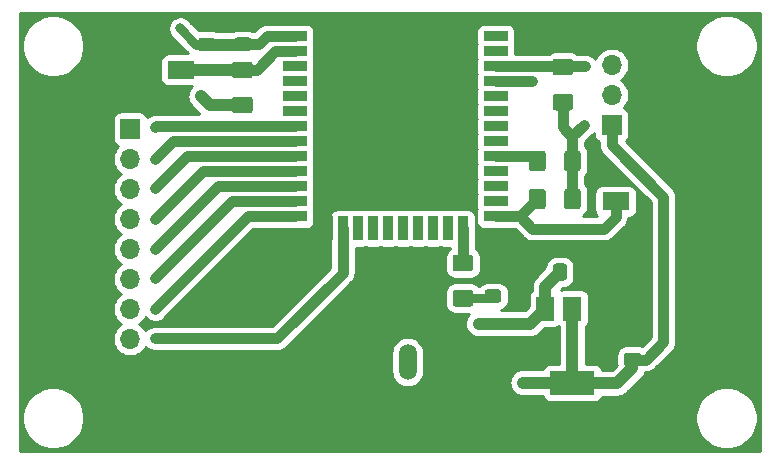
<source format=gtl>
G04 #@! TF.GenerationSoftware,KiCad,Pcbnew,(5.1.7-0-10_14)*
G04 #@! TF.CreationDate,2021-04-09T21:32:17+02:00*
G04 #@! TF.ProjectId,LEDbarPCB,4c454462-6172-4504-9342-2e6b69636164,rev?*
G04 #@! TF.SameCoordinates,Original*
G04 #@! TF.FileFunction,Copper,L1,Top*
G04 #@! TF.FilePolarity,Positive*
%FSLAX46Y46*%
G04 Gerber Fmt 4.6, Leading zero omitted, Abs format (unit mm)*
G04 Created by KiCad (PCBNEW (5.1.7-0-10_14)) date 2021-04-09 21:32:17*
%MOMM*%
%LPD*%
G01*
G04 APERTURE LIST*
G04 #@! TA.AperFunction,SMDPad,CuDef*
%ADD10R,2.000000X0.900000*%
G04 #@! TD*
G04 #@! TA.AperFunction,SMDPad,CuDef*
%ADD11R,0.900000X2.000000*%
G04 #@! TD*
G04 #@! TA.AperFunction,SMDPad,CuDef*
%ADD12R,1.330000X1.330000*%
G04 #@! TD*
G04 #@! TA.AperFunction,ComponentPad*
%ADD13C,0.300000*%
G04 #@! TD*
G04 #@! TA.AperFunction,ComponentPad*
%ADD14O,1.700000X1.700000*%
G04 #@! TD*
G04 #@! TA.AperFunction,ComponentPad*
%ADD15R,1.700000X1.700000*%
G04 #@! TD*
G04 #@! TA.AperFunction,SMDPad,CuDef*
%ADD16R,2.300000X1.500000*%
G04 #@! TD*
G04 #@! TA.AperFunction,SMDPad,CuDef*
%ADD17R,3.800000X2.000000*%
G04 #@! TD*
G04 #@! TA.AperFunction,SMDPad,CuDef*
%ADD18R,1.500000X2.000000*%
G04 #@! TD*
G04 #@! TA.AperFunction,ComponentPad*
%ADD19O,1.506220X3.014980*%
G04 #@! TD*
G04 #@! TA.AperFunction,ViaPad*
%ADD20C,0.800000*%
G04 #@! TD*
G04 #@! TA.AperFunction,Conductor*
%ADD21C,0.406400*%
G04 #@! TD*
G04 #@! TA.AperFunction,Conductor*
%ADD22C,0.762000*%
G04 #@! TD*
G04 #@! TA.AperFunction,Conductor*
%ADD23C,1.016000*%
G04 #@! TD*
G04 #@! TA.AperFunction,Conductor*
%ADD24C,0.900000*%
G04 #@! TD*
G04 #@! TA.AperFunction,Conductor*
%ADD25C,0.254000*%
G04 #@! TD*
G04 #@! TA.AperFunction,Conductor*
%ADD26C,0.100000*%
G04 #@! TD*
G04 APERTURE END LIST*
D10*
X136702000Y-41160000D03*
X136702000Y-42430000D03*
X136702000Y-43700000D03*
X136702000Y-44970000D03*
X136702000Y-46240000D03*
X136702000Y-47510000D03*
X136702000Y-48780000D03*
X136702000Y-50050000D03*
X136702000Y-51320000D03*
X136702000Y-52590000D03*
X136702000Y-53860000D03*
X136702000Y-55130000D03*
X136702000Y-56400000D03*
X136702000Y-57670000D03*
D11*
X139487000Y-58670000D03*
X140757000Y-58670000D03*
X142027000Y-58670000D03*
X143297000Y-58670000D03*
X144567000Y-58670000D03*
X145837000Y-58670000D03*
X147107000Y-58670000D03*
X148377000Y-58670000D03*
X149647000Y-58670000D03*
X150917000Y-58670000D03*
D10*
X153702000Y-57670000D03*
X153702000Y-56400000D03*
X153702000Y-55130000D03*
X153702000Y-53860000D03*
X153702000Y-52590000D03*
X153702000Y-51320000D03*
X153702000Y-50050000D03*
X153702000Y-48780000D03*
X153702000Y-47510000D03*
X153702000Y-46240000D03*
X153702000Y-44970000D03*
X153702000Y-43700000D03*
X153702000Y-42430000D03*
X153702000Y-41160000D03*
D12*
X142367000Y-46825000D03*
X144202000Y-46825000D03*
X146037000Y-46825000D03*
X142367000Y-48660000D03*
X144202000Y-48660000D03*
X146037000Y-48660000D03*
X142367000Y-50495000D03*
X144202000Y-50495000D03*
X146037000Y-50495000D03*
D13*
X143284500Y-46825000D03*
X145119500Y-46825000D03*
X142367000Y-47742500D03*
X144202000Y-47742500D03*
X146037000Y-47742500D03*
X143284500Y-48660000D03*
X145119500Y-48660000D03*
X142367000Y-49577500D03*
X144202000Y-49577500D03*
X146037000Y-49577500D03*
X143284500Y-50495000D03*
X145119500Y-50495000D03*
G04 #@! TA.AperFunction,SMDPad,CuDef*
G36*
G01*
X160633500Y-62847725D02*
X160633500Y-61898275D01*
G75*
G02*
X160883775Y-61648000I250275J0D01*
G01*
X161558225Y-61648000D01*
G75*
G02*
X161808500Y-61898275I0J-250275D01*
G01*
X161808500Y-62847725D01*
G75*
G02*
X161558225Y-63098000I-250275J0D01*
G01*
X160883775Y-63098000D01*
G75*
G02*
X160633500Y-62847725I0J250275D01*
G01*
G37*
G04 #@! TD.AperFunction*
G04 #@! TA.AperFunction,SMDPad,CuDef*
G36*
G01*
X158558500Y-62848000D02*
X158558500Y-61898000D01*
G75*
G02*
X158808500Y-61648000I250000J0D01*
G01*
X159483500Y-61648000D01*
G75*
G02*
X159733500Y-61898000I0J-250000D01*
G01*
X159733500Y-62848000D01*
G75*
G02*
X159483500Y-63098000I-250000J0D01*
G01*
X158808500Y-63098000D01*
G75*
G02*
X158558500Y-62848000I0J250000D01*
G01*
G37*
G04 #@! TD.AperFunction*
G04 #@! TA.AperFunction,SMDPad,CuDef*
G36*
G01*
X132759000Y-43681000D02*
X131809000Y-43681000D01*
G75*
G02*
X131559000Y-43431000I0J250000D01*
G01*
X131559000Y-42756000D01*
G75*
G02*
X131809000Y-42506000I250000J0D01*
G01*
X132759000Y-42506000D01*
G75*
G02*
X133009000Y-42756000I0J-250000D01*
G01*
X133009000Y-43431000D01*
G75*
G02*
X132759000Y-43681000I-250000J0D01*
G01*
G37*
G04 #@! TD.AperFunction*
G04 #@! TA.AperFunction,SMDPad,CuDef*
G36*
G01*
X132758725Y-41606000D02*
X131809275Y-41606000D01*
G75*
G02*
X131559000Y-41355725I0J250275D01*
G01*
X131559000Y-40681275D01*
G75*
G02*
X131809275Y-40431000I250275J0D01*
G01*
X132758725Y-40431000D01*
G75*
G02*
X133009000Y-40681275I0J-250275D01*
G01*
X133009000Y-41355725D01*
G75*
G02*
X132758725Y-41606000I-250275J0D01*
G01*
G37*
G04 #@! TD.AperFunction*
G04 #@! TA.AperFunction,SMDPad,CuDef*
G36*
G01*
X165759725Y-68294500D02*
X164810275Y-68294500D01*
G75*
G02*
X164560000Y-68044225I0J250275D01*
G01*
X164560000Y-67369775D01*
G75*
G02*
X164810275Y-67119500I250275J0D01*
G01*
X165759725Y-67119500D01*
G75*
G02*
X166010000Y-67369775I0J-250275D01*
G01*
X166010000Y-68044225D01*
G75*
G02*
X165759725Y-68294500I-250275J0D01*
G01*
G37*
G04 #@! TD.AperFunction*
G04 #@! TA.AperFunction,SMDPad,CuDef*
G36*
G01*
X165760000Y-70369500D02*
X164810000Y-70369500D01*
G75*
G02*
X164560000Y-70119500I0J250000D01*
G01*
X164560000Y-69444500D01*
G75*
G02*
X164810000Y-69194500I250000J0D01*
G01*
X165760000Y-69194500D01*
G75*
G02*
X166010000Y-69444500I0J-250000D01*
G01*
X166010000Y-70119500D01*
G75*
G02*
X165760000Y-70369500I-250000J0D01*
G01*
G37*
G04 #@! TD.AperFunction*
G04 #@! TA.AperFunction,SMDPad,CuDef*
G36*
G01*
X129711000Y-43702500D02*
X128761000Y-43702500D01*
G75*
G02*
X128511000Y-43452500I0J250000D01*
G01*
X128511000Y-42777500D01*
G75*
G02*
X128761000Y-42527500I250000J0D01*
G01*
X129711000Y-42527500D01*
G75*
G02*
X129961000Y-42777500I0J-250000D01*
G01*
X129961000Y-43452500D01*
G75*
G02*
X129711000Y-43702500I-250000J0D01*
G01*
G37*
G04 #@! TD.AperFunction*
G04 #@! TA.AperFunction,SMDPad,CuDef*
G36*
G01*
X129710725Y-41627500D02*
X128761275Y-41627500D01*
G75*
G02*
X128511000Y-41377225I0J250275D01*
G01*
X128511000Y-40702775D01*
G75*
G02*
X128761275Y-40452500I250275J0D01*
G01*
X129710725Y-40452500D01*
G75*
G02*
X129961000Y-40702775I0J-250275D01*
G01*
X129961000Y-41377225D01*
G75*
G02*
X129710725Y-41627500I-250275J0D01*
G01*
G37*
G04 #@! TD.AperFunction*
G04 #@! TA.AperFunction,SMDPad,CuDef*
G36*
G01*
X153022550Y-61792000D02*
X153923450Y-61792000D01*
G75*
G02*
X154173000Y-62041550I0J-249550D01*
G01*
X154173000Y-62692450D01*
G75*
G02*
X153923450Y-62942000I-249550J0D01*
G01*
X153022550Y-62942000D01*
G75*
G02*
X152773000Y-62692450I0J249550D01*
G01*
X152773000Y-62041550D01*
G75*
G02*
X153022550Y-61792000I249550J0D01*
G01*
G37*
G04 #@! TD.AperFunction*
G04 #@! TA.AperFunction,SMDPad,CuDef*
G36*
G01*
X153022999Y-63842000D02*
X153923001Y-63842000D01*
G75*
G02*
X154173000Y-64091999I0J-249999D01*
G01*
X154173000Y-64742001D01*
G75*
G02*
X153923001Y-64992000I-249999J0D01*
G01*
X153022999Y-64992000D01*
G75*
G02*
X152773000Y-64742001I0J249999D01*
G01*
X152773000Y-64091999D01*
G75*
G02*
X153022999Y-63842000I249999J0D01*
G01*
G37*
G04 #@! TD.AperFunction*
D14*
X163530000Y-42310000D03*
X163530000Y-44850000D03*
X163530000Y-47390000D03*
D15*
X163530000Y-49930000D03*
G04 #@! TA.AperFunction,SMDPad,CuDef*
G36*
G01*
X160025000Y-45725000D02*
X158775000Y-45725000D01*
G75*
G02*
X158525000Y-45475000I0J250000D01*
G01*
X158525000Y-44550000D01*
G75*
G02*
X158775000Y-44300000I250000J0D01*
G01*
X160025000Y-44300000D01*
G75*
G02*
X160275000Y-44550000I0J-250000D01*
G01*
X160275000Y-45475000D01*
G75*
G02*
X160025000Y-45725000I-250000J0D01*
G01*
G37*
G04 #@! TD.AperFunction*
G04 #@! TA.AperFunction,SMDPad,CuDef*
G36*
G01*
X160025000Y-48700000D02*
X158775000Y-48700000D01*
G75*
G02*
X158525000Y-48450000I0J250000D01*
G01*
X158525000Y-47525000D01*
G75*
G02*
X158775000Y-47275000I250000J0D01*
G01*
X160025000Y-47275000D01*
G75*
G02*
X160275000Y-47525000I0J-250000D01*
G01*
X160275000Y-48450000D01*
G75*
G02*
X160025000Y-48700000I-250000J0D01*
G01*
G37*
G04 #@! TD.AperFunction*
G04 #@! TA.AperFunction,SMDPad,CuDef*
G36*
G01*
X131625000Y-44550000D02*
X132875000Y-44550000D01*
G75*
G02*
X133125000Y-44800000I0J-250000D01*
G01*
X133125000Y-45725000D01*
G75*
G02*
X132875000Y-45975000I-250000J0D01*
G01*
X131625000Y-45975000D01*
G75*
G02*
X131375000Y-45725000I0J250000D01*
G01*
X131375000Y-44800000D01*
G75*
G02*
X131625000Y-44550000I250000J0D01*
G01*
G37*
G04 #@! TD.AperFunction*
G04 #@! TA.AperFunction,SMDPad,CuDef*
G36*
G01*
X131625000Y-47525000D02*
X132875000Y-47525000D01*
G75*
G02*
X133125000Y-47775000I0J-250000D01*
G01*
X133125000Y-48700000D01*
G75*
G02*
X132875000Y-48950000I-250000J0D01*
G01*
X131625000Y-48950000D01*
G75*
G02*
X131375000Y-48700000I0J250000D01*
G01*
X131375000Y-47775000D01*
G75*
G02*
X131625000Y-47525000I250000J0D01*
G01*
G37*
G04 #@! TD.AperFunction*
G04 #@! TA.AperFunction,SMDPad,CuDef*
G36*
G01*
X151558000Y-65301500D02*
X150308000Y-65301500D01*
G75*
G02*
X150058000Y-65051500I0J250000D01*
G01*
X150058000Y-64126500D01*
G75*
G02*
X150308000Y-63876500I250000J0D01*
G01*
X151558000Y-63876500D01*
G75*
G02*
X151808000Y-64126500I0J-250000D01*
G01*
X151808000Y-65051500D01*
G75*
G02*
X151558000Y-65301500I-250000J0D01*
G01*
G37*
G04 #@! TD.AperFunction*
G04 #@! TA.AperFunction,SMDPad,CuDef*
G36*
G01*
X151558000Y-62326500D02*
X150308000Y-62326500D01*
G75*
G02*
X150058000Y-62076500I0J250000D01*
G01*
X150058000Y-61151500D01*
G75*
G02*
X150308000Y-60901500I250000J0D01*
G01*
X151558000Y-60901500D01*
G75*
G02*
X151808000Y-61151500I0J-250000D01*
G01*
X151808000Y-62076500D01*
G75*
G02*
X151558000Y-62326500I-250000J0D01*
G01*
G37*
G04 #@! TD.AperFunction*
G04 #@! TA.AperFunction,SMDPad,CuDef*
G36*
G01*
X159491500Y-53603000D02*
X159491500Y-52353000D01*
G75*
G02*
X159741500Y-52103000I250000J0D01*
G01*
X160666500Y-52103000D01*
G75*
G02*
X160916500Y-52353000I0J-250000D01*
G01*
X160916500Y-53603000D01*
G75*
G02*
X160666500Y-53853000I-250000J0D01*
G01*
X159741500Y-53853000D01*
G75*
G02*
X159491500Y-53603000I0J250000D01*
G01*
G37*
G04 #@! TD.AperFunction*
G04 #@! TA.AperFunction,SMDPad,CuDef*
G36*
G01*
X156516500Y-53603000D02*
X156516500Y-52353000D01*
G75*
G02*
X156766500Y-52103000I250000J0D01*
G01*
X157691500Y-52103000D01*
G75*
G02*
X157941500Y-52353000I0J-250000D01*
G01*
X157941500Y-53603000D01*
G75*
G02*
X157691500Y-53853000I-250000J0D01*
G01*
X156766500Y-53853000D01*
G75*
G02*
X156516500Y-53603000I0J250000D01*
G01*
G37*
G04 #@! TD.AperFunction*
G04 #@! TA.AperFunction,SMDPad,CuDef*
G36*
G01*
X157937500Y-55575000D02*
X157937500Y-56825000D01*
G75*
G02*
X157687500Y-57075000I-250000J0D01*
G01*
X156762500Y-57075000D01*
G75*
G02*
X156512500Y-56825000I0J250000D01*
G01*
X156512500Y-55575000D01*
G75*
G02*
X156762500Y-55325000I250000J0D01*
G01*
X157687500Y-55325000D01*
G75*
G02*
X157937500Y-55575000I0J-250000D01*
G01*
G37*
G04 #@! TD.AperFunction*
G04 #@! TA.AperFunction,SMDPad,CuDef*
G36*
G01*
X160912500Y-55575000D02*
X160912500Y-56825000D01*
G75*
G02*
X160662500Y-57075000I-250000J0D01*
G01*
X159737500Y-57075000D01*
G75*
G02*
X159487500Y-56825000I0J250000D01*
G01*
X159487500Y-55575000D01*
G75*
G02*
X159737500Y-55325000I250000J0D01*
G01*
X160662500Y-55325000D01*
G75*
G02*
X160912500Y-55575000I0J-250000D01*
G01*
G37*
G04 #@! TD.AperFunction*
D16*
X127100000Y-45250000D03*
X120400000Y-45250000D03*
X163850000Y-56400000D03*
X170550000Y-56400000D03*
D17*
X160205000Y-71771000D03*
D18*
X160205000Y-65471000D03*
X157905000Y-65471000D03*
X162505000Y-65471000D03*
D19*
X146252480Y-70000000D03*
X149747520Y-70000000D03*
D15*
X122750000Y-50260000D03*
D14*
X122750000Y-52800000D03*
X122750000Y-55340000D03*
X122750000Y-57880000D03*
X122750000Y-60420000D03*
X122750000Y-62960000D03*
X122750000Y-65500000D03*
X122750000Y-68040000D03*
D20*
X152250000Y-66750000D03*
X127000000Y-41750000D03*
X156000000Y-71750000D03*
X128750000Y-47500000D03*
X161270000Y-49930000D03*
X161230000Y-44970000D03*
X156740000Y-46240000D03*
X124900000Y-50100000D03*
X124900000Y-52800000D03*
X124900000Y-55300000D03*
X124900000Y-57900000D03*
X124900000Y-60400000D03*
X124900000Y-62900000D03*
X124900000Y-65500000D03*
X124900000Y-68000000D03*
D21*
X149654790Y-58677790D02*
X149647000Y-58670000D01*
D22*
X153301000Y-64589000D02*
X153473000Y-64417000D01*
X150933000Y-64589000D02*
X153301000Y-64589000D01*
D23*
X142367000Y-46825000D02*
X144202000Y-46825000D01*
X144202000Y-46825000D02*
X146037000Y-46825000D01*
X142367000Y-46825000D02*
X142367000Y-48660000D01*
X142367000Y-48660000D02*
X142367000Y-50495000D01*
X142367000Y-50495000D02*
X144202000Y-50495000D01*
X144202000Y-50495000D02*
X144202000Y-48660000D01*
X144202000Y-48660000D02*
X142367000Y-48660000D01*
X144202000Y-48660000D02*
X144202000Y-46825000D01*
X144202000Y-48660000D02*
X146037000Y-48660000D01*
X144202000Y-50495000D02*
X146037000Y-50495000D01*
X146037000Y-50495000D02*
X146037000Y-48660000D01*
X157905000Y-63614000D02*
X159146000Y-62373000D01*
X157905000Y-65471000D02*
X157905000Y-63614000D01*
X157905000Y-65471000D02*
X156626000Y-66750000D01*
X156626000Y-66750000D02*
X152250000Y-66750000D01*
X129236000Y-43115000D02*
X132262500Y-43115000D01*
X165285000Y-69782000D02*
X165285000Y-70501000D01*
X164015000Y-71771000D02*
X160205000Y-71771000D01*
X160205000Y-71771000D02*
X160205000Y-65471000D01*
X160205000Y-71771000D02*
X160205000Y-71705000D01*
X164015000Y-71771000D02*
X165285000Y-70501000D01*
D22*
X128365000Y-43115000D02*
X127000000Y-41750000D01*
X129236000Y-43115000D02*
X128365000Y-43115000D01*
D23*
X129487500Y-48237500D02*
X128750000Y-47500000D01*
X132250000Y-48237500D02*
X129487500Y-48237500D01*
D24*
X134320000Y-42430000D02*
X133656500Y-43093500D01*
X133656500Y-43093500D02*
X132284000Y-43093500D01*
X136702000Y-42430000D02*
X134320000Y-42430000D01*
X159400000Y-47987500D02*
X159400000Y-50100000D01*
X159400000Y-50100000D02*
X160204000Y-50904000D01*
X160204000Y-50904000D02*
X160204000Y-50896000D01*
X160204000Y-50896000D02*
X161170000Y-49930000D01*
D23*
X160184000Y-71750000D02*
X160205000Y-71771000D01*
X156000000Y-71750000D02*
X160184000Y-71750000D01*
D24*
X166418000Y-69782000D02*
X165285000Y-69782000D01*
X167900000Y-68300000D02*
X166418000Y-69782000D01*
X167900000Y-56000000D02*
X167900000Y-68300000D01*
X163530000Y-51630000D02*
X167900000Y-56000000D01*
X163530000Y-49930000D02*
X163530000Y-51630000D01*
X160204000Y-56196000D02*
X160200000Y-56200000D01*
X160204000Y-52978000D02*
X160204000Y-56196000D01*
X160204000Y-50896000D02*
X160204000Y-52978000D01*
D22*
X156841000Y-52590000D02*
X157229000Y-52978000D01*
D24*
X153702000Y-52590000D02*
X156841000Y-52590000D01*
X159357500Y-44970000D02*
X159400000Y-45012500D01*
X153702000Y-44970000D02*
X159357500Y-44970000D01*
X159442500Y-44970000D02*
X159400000Y-45012500D01*
X161230000Y-44970000D02*
X159442500Y-44970000D01*
X153702000Y-46240000D02*
X156740000Y-46240000D01*
D22*
X150933000Y-58686000D02*
X150917000Y-58670000D01*
D24*
X150917000Y-61598000D02*
X150933000Y-61614000D01*
X150917000Y-58670000D02*
X150917000Y-61598000D01*
X122750000Y-50260000D02*
X122960000Y-50050000D01*
X124950000Y-50050000D02*
X124900000Y-50100000D01*
X136702000Y-50050000D02*
X124950000Y-50050000D01*
X126380000Y-51320000D02*
X124900000Y-52800000D01*
X136702000Y-51320000D02*
X126380000Y-51320000D01*
X127610000Y-52590000D02*
X124900000Y-55300000D01*
X136702000Y-52590000D02*
X127610000Y-52590000D01*
X128940000Y-53860000D02*
X124900000Y-57900000D01*
X136702000Y-53860000D02*
X128940000Y-53860000D01*
X130170000Y-55130000D02*
X124900000Y-60400000D01*
X136702000Y-55130000D02*
X130170000Y-55130000D01*
X131400000Y-56400000D02*
X124900000Y-62900000D01*
X136702000Y-56400000D02*
X131400000Y-56400000D01*
X132730000Y-57670000D02*
X124900000Y-65500000D01*
X136702000Y-57670000D02*
X132730000Y-57670000D01*
D22*
X140757000Y-59493000D02*
X140750000Y-59500000D01*
X140757000Y-58670000D02*
X140757000Y-59493000D01*
D24*
X140757000Y-62443000D02*
X135200000Y-68000000D01*
X135200000Y-68000000D02*
X124900000Y-68000000D01*
X140757000Y-58670000D02*
X140757000Y-62443000D01*
D23*
X129750000Y-45250000D02*
X132237500Y-45250000D01*
X127100000Y-45250000D02*
X129750000Y-45250000D01*
D24*
X133487500Y-45262500D02*
X132250000Y-45262500D01*
X135050000Y-43700000D02*
X133487500Y-45262500D01*
X136702000Y-43700000D02*
X135050000Y-43700000D01*
X155755000Y-57670000D02*
X157225000Y-56200000D01*
X153702000Y-57670000D02*
X155755000Y-57670000D01*
X155755000Y-57670000D02*
X155770000Y-57670000D01*
X155770000Y-57670000D02*
X156800000Y-58700000D01*
X156800000Y-58700000D02*
X162900000Y-58700000D01*
X163850000Y-57750000D02*
X163850000Y-56400000D01*
X162900000Y-58700000D02*
X163850000Y-57750000D01*
D25*
X176065001Y-77565000D02*
X113435000Y-77565000D01*
X113435000Y-74490475D01*
X113615000Y-74490475D01*
X113615000Y-75009525D01*
X113716261Y-75518601D01*
X113914893Y-75998141D01*
X114203262Y-76429715D01*
X114570285Y-76796738D01*
X115001859Y-77085107D01*
X115481399Y-77283739D01*
X115990475Y-77385000D01*
X116509525Y-77385000D01*
X117018601Y-77283739D01*
X117498141Y-77085107D01*
X117929715Y-76796738D01*
X118296738Y-76429715D01*
X118585107Y-75998141D01*
X118783739Y-75518601D01*
X118885000Y-75009525D01*
X118885000Y-74490475D01*
X170615000Y-74490475D01*
X170615000Y-75009525D01*
X170716261Y-75518601D01*
X170914893Y-75998141D01*
X171203262Y-76429715D01*
X171570285Y-76796738D01*
X172001859Y-77085107D01*
X172481399Y-77283739D01*
X172990475Y-77385000D01*
X173509525Y-77385000D01*
X174018601Y-77283739D01*
X174498141Y-77085107D01*
X174929715Y-76796738D01*
X175296738Y-76429715D01*
X175585107Y-75998141D01*
X175783739Y-75518601D01*
X175885000Y-75009525D01*
X175885000Y-74490475D01*
X175783739Y-73981399D01*
X175585107Y-73501859D01*
X175296738Y-73070285D01*
X174929715Y-72703262D01*
X174498141Y-72414893D01*
X174018601Y-72216261D01*
X173509525Y-72115000D01*
X172990475Y-72115000D01*
X172481399Y-72216261D01*
X172001859Y-72414893D01*
X171570285Y-72703262D01*
X171203262Y-73070285D01*
X170914893Y-73501859D01*
X170716261Y-73981399D01*
X170615000Y-74490475D01*
X118885000Y-74490475D01*
X118783739Y-73981399D01*
X118585107Y-73501859D01*
X118296738Y-73070285D01*
X117929715Y-72703262D01*
X117498141Y-72414893D01*
X117018601Y-72216261D01*
X116509525Y-72115000D01*
X115990475Y-72115000D01*
X115481399Y-72216261D01*
X115001859Y-72414893D01*
X114570285Y-72703262D01*
X114203262Y-73070285D01*
X113914893Y-73501859D01*
X113716261Y-73981399D01*
X113615000Y-74490475D01*
X113435000Y-74490475D01*
X113435000Y-49410000D01*
X121261928Y-49410000D01*
X121261928Y-51110000D01*
X121274188Y-51234482D01*
X121310498Y-51354180D01*
X121369463Y-51464494D01*
X121448815Y-51561185D01*
X121545506Y-51640537D01*
X121655820Y-51699502D01*
X121728380Y-51721513D01*
X121596525Y-51853368D01*
X121434010Y-52096589D01*
X121322068Y-52366842D01*
X121265000Y-52653740D01*
X121265000Y-52946260D01*
X121322068Y-53233158D01*
X121434010Y-53503411D01*
X121596525Y-53746632D01*
X121803368Y-53953475D01*
X121977760Y-54070000D01*
X121803368Y-54186525D01*
X121596525Y-54393368D01*
X121434010Y-54636589D01*
X121322068Y-54906842D01*
X121265000Y-55193740D01*
X121265000Y-55486260D01*
X121322068Y-55773158D01*
X121434010Y-56043411D01*
X121596525Y-56286632D01*
X121803368Y-56493475D01*
X121977760Y-56610000D01*
X121803368Y-56726525D01*
X121596525Y-56933368D01*
X121434010Y-57176589D01*
X121322068Y-57446842D01*
X121265000Y-57733740D01*
X121265000Y-58026260D01*
X121322068Y-58313158D01*
X121434010Y-58583411D01*
X121596525Y-58826632D01*
X121803368Y-59033475D01*
X121977760Y-59150000D01*
X121803368Y-59266525D01*
X121596525Y-59473368D01*
X121434010Y-59716589D01*
X121322068Y-59986842D01*
X121265000Y-60273740D01*
X121265000Y-60566260D01*
X121322068Y-60853158D01*
X121434010Y-61123411D01*
X121596525Y-61366632D01*
X121803368Y-61573475D01*
X121977760Y-61690000D01*
X121803368Y-61806525D01*
X121596525Y-62013368D01*
X121434010Y-62256589D01*
X121322068Y-62526842D01*
X121265000Y-62813740D01*
X121265000Y-63106260D01*
X121322068Y-63393158D01*
X121434010Y-63663411D01*
X121596525Y-63906632D01*
X121803368Y-64113475D01*
X121977760Y-64230000D01*
X121803368Y-64346525D01*
X121596525Y-64553368D01*
X121434010Y-64796589D01*
X121322068Y-65066842D01*
X121265000Y-65353740D01*
X121265000Y-65646260D01*
X121322068Y-65933158D01*
X121434010Y-66203411D01*
X121596525Y-66446632D01*
X121803368Y-66653475D01*
X121977760Y-66770000D01*
X121803368Y-66886525D01*
X121596525Y-67093368D01*
X121434010Y-67336589D01*
X121322068Y-67606842D01*
X121265000Y-67893740D01*
X121265000Y-68186260D01*
X121322068Y-68473158D01*
X121434010Y-68743411D01*
X121596525Y-68986632D01*
X121803368Y-69193475D01*
X122046589Y-69355990D01*
X122316842Y-69467932D01*
X122603740Y-69525000D01*
X122896260Y-69525000D01*
X123183158Y-69467932D01*
X123453411Y-69355990D01*
X123696632Y-69193475D01*
X123712676Y-69177431D01*
X144864370Y-69177431D01*
X144864370Y-70822568D01*
X144884455Y-71026496D01*
X144963829Y-71288156D01*
X145092725Y-71529303D01*
X145266189Y-71740670D01*
X145477556Y-71914135D01*
X145718703Y-72043031D01*
X145980363Y-72122405D01*
X146252480Y-72149206D01*
X146524596Y-72122405D01*
X146786256Y-72043031D01*
X147027403Y-71914135D01*
X147238770Y-71740671D01*
X147412235Y-71529304D01*
X147541131Y-71288157D01*
X147620505Y-71026497D01*
X147640590Y-70822569D01*
X147640590Y-69177431D01*
X147620505Y-68973503D01*
X147541131Y-68711843D01*
X147412235Y-68470696D01*
X147238771Y-68259329D01*
X147027404Y-68085865D01*
X146786257Y-67956969D01*
X146524597Y-67877595D01*
X146252480Y-67850794D01*
X145980364Y-67877595D01*
X145718704Y-67956969D01*
X145477557Y-68085865D01*
X145266190Y-68259329D01*
X145092726Y-68470696D01*
X144963830Y-68711843D01*
X144884455Y-68973503D01*
X144864370Y-69177431D01*
X123712676Y-69177431D01*
X123903475Y-68986632D01*
X124065990Y-68743411D01*
X124079578Y-68710607D01*
X124129078Y-68770922D01*
X124294290Y-68906509D01*
X124482780Y-69007259D01*
X124687303Y-69069300D01*
X124846706Y-69085000D01*
X135146714Y-69085000D01*
X135200000Y-69090248D01*
X135253286Y-69085000D01*
X135253294Y-69085000D01*
X135412697Y-69069300D01*
X135617220Y-69007259D01*
X135805710Y-68906509D01*
X135970922Y-68770922D01*
X136004895Y-68729526D01*
X140607921Y-64126500D01*
X149419928Y-64126500D01*
X149419928Y-65051500D01*
X149436992Y-65224754D01*
X149487528Y-65391350D01*
X149569595Y-65544886D01*
X149680038Y-65679462D01*
X149814614Y-65789905D01*
X149968150Y-65871972D01*
X150134746Y-65922508D01*
X150308000Y-65939572D01*
X151436468Y-65939572D01*
X151295032Y-66111911D01*
X151188897Y-66310477D01*
X151123539Y-66525933D01*
X151101470Y-66750000D01*
X151123539Y-66974067D01*
X151188897Y-67189523D01*
X151295032Y-67388089D01*
X151437867Y-67562133D01*
X151611911Y-67704968D01*
X151810477Y-67811103D01*
X152025933Y-67876461D01*
X152193854Y-67893000D01*
X156569861Y-67893000D01*
X156626000Y-67898529D01*
X156682139Y-67893000D01*
X156682146Y-67893000D01*
X156850067Y-67876461D01*
X157065523Y-67811103D01*
X157264089Y-67704968D01*
X157438133Y-67562133D01*
X157473927Y-67518518D01*
X157883373Y-67109072D01*
X158655000Y-67109072D01*
X158779482Y-67096812D01*
X158899180Y-67060502D01*
X159009494Y-67001537D01*
X159055000Y-66964191D01*
X159062001Y-66969937D01*
X159062000Y-70132928D01*
X158305000Y-70132928D01*
X158180518Y-70145188D01*
X158060820Y-70181498D01*
X157950506Y-70240463D01*
X157853815Y-70319815D01*
X157774463Y-70416506D01*
X157715498Y-70526820D01*
X157691176Y-70607000D01*
X155943854Y-70607000D01*
X155775933Y-70623539D01*
X155560477Y-70688897D01*
X155361911Y-70795032D01*
X155187867Y-70937867D01*
X155045032Y-71111911D01*
X154938897Y-71310477D01*
X154873539Y-71525933D01*
X154851470Y-71750000D01*
X154873539Y-71974067D01*
X154938897Y-72189523D01*
X155045032Y-72388089D01*
X155187867Y-72562133D01*
X155361911Y-72704968D01*
X155560477Y-72811103D01*
X155775933Y-72876461D01*
X155943854Y-72893000D01*
X157678944Y-72893000D01*
X157679188Y-72895482D01*
X157715498Y-73015180D01*
X157774463Y-73125494D01*
X157853815Y-73222185D01*
X157950506Y-73301537D01*
X158060820Y-73360502D01*
X158180518Y-73396812D01*
X158305000Y-73409072D01*
X162105000Y-73409072D01*
X162229482Y-73396812D01*
X162349180Y-73360502D01*
X162459494Y-73301537D01*
X162556185Y-73222185D01*
X162635537Y-73125494D01*
X162694502Y-73015180D01*
X162725195Y-72914000D01*
X163958861Y-72914000D01*
X164015000Y-72919529D01*
X164071139Y-72914000D01*
X164071146Y-72914000D01*
X164239067Y-72897461D01*
X164454523Y-72832103D01*
X164653089Y-72725968D01*
X164827133Y-72583133D01*
X164862927Y-72539518D01*
X166053523Y-71348923D01*
X166097133Y-71313133D01*
X166136244Y-71265477D01*
X166239967Y-71139090D01*
X166239968Y-71139089D01*
X166346103Y-70940523D01*
X166368299Y-70867353D01*
X166418000Y-70872248D01*
X166471286Y-70867000D01*
X166471294Y-70867000D01*
X166630697Y-70851300D01*
X166835220Y-70789259D01*
X167023710Y-70688509D01*
X167188922Y-70552922D01*
X167222895Y-70511526D01*
X168629531Y-69104891D01*
X168670922Y-69070922D01*
X168704891Y-69029531D01*
X168704895Y-69029527D01*
X168806508Y-68905711D01*
X168854172Y-68816538D01*
X168907259Y-68717220D01*
X168969300Y-68512697D01*
X168985000Y-68353294D01*
X168985000Y-68353277D01*
X168990247Y-68300001D01*
X168985000Y-68246725D01*
X168985000Y-56053285D01*
X168990248Y-55999999D01*
X168985000Y-55946713D01*
X168985000Y-55946706D01*
X168969300Y-55787303D01*
X168907259Y-55582780D01*
X168806509Y-55394290D01*
X168729127Y-55300000D01*
X168704895Y-55270473D01*
X168704891Y-55270469D01*
X168670922Y-55229078D01*
X168629531Y-55195109D01*
X164740241Y-51305820D01*
X164831185Y-51231185D01*
X164910537Y-51134494D01*
X164969502Y-51024180D01*
X165005812Y-50904482D01*
X165018072Y-50780000D01*
X165018072Y-49080000D01*
X165005812Y-48955518D01*
X164969502Y-48835820D01*
X164910537Y-48725506D01*
X164831185Y-48628815D01*
X164734494Y-48549463D01*
X164624180Y-48490498D01*
X164551620Y-48468487D01*
X164683475Y-48336632D01*
X164845990Y-48093411D01*
X164957932Y-47823158D01*
X165015000Y-47536260D01*
X165015000Y-47243740D01*
X164957932Y-46956842D01*
X164845990Y-46686589D01*
X164683475Y-46443368D01*
X164476632Y-46236525D01*
X164302240Y-46120000D01*
X164476632Y-46003475D01*
X164683475Y-45796632D01*
X164845990Y-45553411D01*
X164957932Y-45283158D01*
X165015000Y-44996260D01*
X165015000Y-44703740D01*
X164957932Y-44416842D01*
X164845990Y-44146589D01*
X164683475Y-43903368D01*
X164476632Y-43696525D01*
X164233411Y-43534010D01*
X163963158Y-43422068D01*
X163676260Y-43365000D01*
X163383740Y-43365000D01*
X163096842Y-43422068D01*
X162826589Y-43534010D01*
X162583368Y-43696525D01*
X162376525Y-43903368D01*
X162214010Y-44146589D01*
X162128087Y-44354027D01*
X162000922Y-44199078D01*
X161835710Y-44063491D01*
X161647220Y-43962741D01*
X161442697Y-43900700D01*
X161283294Y-43885000D01*
X160607831Y-43885000D01*
X160518386Y-43811595D01*
X160364850Y-43729528D01*
X160198254Y-43678992D01*
X160025000Y-43661928D01*
X158775000Y-43661928D01*
X158601746Y-43678992D01*
X158435150Y-43729528D01*
X158281614Y-43811595D01*
X158192169Y-43885000D01*
X155340072Y-43885000D01*
X155340072Y-43250000D01*
X155327812Y-43125518D01*
X155309454Y-43065000D01*
X155327812Y-43004482D01*
X155329191Y-42990475D01*
X170615000Y-42990475D01*
X170615000Y-43509525D01*
X170716261Y-44018601D01*
X170914893Y-44498141D01*
X171203262Y-44929715D01*
X171570285Y-45296738D01*
X172001859Y-45585107D01*
X172481399Y-45783739D01*
X172990475Y-45885000D01*
X173509525Y-45885000D01*
X174018601Y-45783739D01*
X174498141Y-45585107D01*
X174929715Y-45296738D01*
X175296738Y-44929715D01*
X175585107Y-44498141D01*
X175783739Y-44018601D01*
X175885000Y-43509525D01*
X175885000Y-42990475D01*
X175783739Y-42481399D01*
X175585107Y-42001859D01*
X175296738Y-41570285D01*
X174929715Y-41203262D01*
X174498141Y-40914893D01*
X174018601Y-40716261D01*
X173509525Y-40615000D01*
X172990475Y-40615000D01*
X172481399Y-40716261D01*
X172001859Y-40914893D01*
X171570285Y-41203262D01*
X171203262Y-41570285D01*
X170914893Y-42001859D01*
X170716261Y-42481399D01*
X170615000Y-42990475D01*
X155329191Y-42990475D01*
X155340072Y-42880000D01*
X155340072Y-41980000D01*
X155327812Y-41855518D01*
X155291502Y-41735820D01*
X155232537Y-41625506D01*
X155153185Y-41528815D01*
X155056494Y-41449463D01*
X154946180Y-41390498D01*
X154826482Y-41354188D01*
X154702000Y-41341928D01*
X152702000Y-41341928D01*
X152577518Y-41354188D01*
X152457820Y-41390498D01*
X152347506Y-41449463D01*
X152250815Y-41528815D01*
X152171463Y-41625506D01*
X152112498Y-41735820D01*
X152076188Y-41855518D01*
X152063928Y-41980000D01*
X152063928Y-42880000D01*
X152076188Y-43004482D01*
X152094546Y-43065000D01*
X152076188Y-43125518D01*
X152063928Y-43250000D01*
X152063928Y-44150000D01*
X152076188Y-44274482D01*
X152094546Y-44335000D01*
X152076188Y-44395518D01*
X152063928Y-44520000D01*
X152063928Y-45420000D01*
X152076188Y-45544482D01*
X152094546Y-45605000D01*
X152076188Y-45665518D01*
X152063928Y-45790000D01*
X152063928Y-46690000D01*
X152076188Y-46814482D01*
X152094546Y-46875000D01*
X152076188Y-46935518D01*
X152063928Y-47060000D01*
X152063928Y-47960000D01*
X152076188Y-48084482D01*
X152094546Y-48145000D01*
X152076188Y-48205518D01*
X152063928Y-48330000D01*
X152063928Y-49230000D01*
X152076188Y-49354482D01*
X152094546Y-49415000D01*
X152076188Y-49475518D01*
X152063928Y-49600000D01*
X152063928Y-50500000D01*
X152076188Y-50624482D01*
X152094546Y-50685000D01*
X152076188Y-50745518D01*
X152063928Y-50870000D01*
X152063928Y-51770000D01*
X152076188Y-51894482D01*
X152094546Y-51955000D01*
X152076188Y-52015518D01*
X152063928Y-52140000D01*
X152063928Y-53040000D01*
X152076188Y-53164482D01*
X152094546Y-53225000D01*
X152076188Y-53285518D01*
X152063928Y-53410000D01*
X152063928Y-54310000D01*
X152076188Y-54434482D01*
X152094546Y-54495000D01*
X152076188Y-54555518D01*
X152063928Y-54680000D01*
X152063928Y-55580000D01*
X152076188Y-55704482D01*
X152094546Y-55765000D01*
X152076188Y-55825518D01*
X152063928Y-55950000D01*
X152063928Y-56850000D01*
X152076188Y-56974482D01*
X152094546Y-57035000D01*
X152076188Y-57095518D01*
X152063928Y-57220000D01*
X152063928Y-58120000D01*
X152076188Y-58244482D01*
X152112498Y-58364180D01*
X152171463Y-58474494D01*
X152250815Y-58571185D01*
X152347506Y-58650537D01*
X152457820Y-58709502D01*
X152577518Y-58745812D01*
X152702000Y-58758072D01*
X154702000Y-58758072D01*
X154733192Y-58755000D01*
X155320579Y-58755000D01*
X155995109Y-59429531D01*
X156029078Y-59470922D01*
X156070469Y-59504891D01*
X156070473Y-59504895D01*
X156106985Y-59534859D01*
X156194290Y-59606509D01*
X156382780Y-59707259D01*
X156587303Y-59769300D01*
X156746706Y-59785000D01*
X156746714Y-59785000D01*
X156800000Y-59790248D01*
X156853286Y-59785000D01*
X162846714Y-59785000D01*
X162900000Y-59790248D01*
X162953286Y-59785000D01*
X162953294Y-59785000D01*
X163112697Y-59769300D01*
X163317220Y-59707259D01*
X163505710Y-59606509D01*
X163670922Y-59470922D01*
X163704895Y-59429526D01*
X164579531Y-58554891D01*
X164620922Y-58520922D01*
X164654891Y-58479531D01*
X164654895Y-58479527D01*
X164720549Y-58399527D01*
X164756509Y-58355710D01*
X164857259Y-58167220D01*
X164919300Y-57962697D01*
X164935000Y-57803294D01*
X164935000Y-57803286D01*
X164936498Y-57788072D01*
X165000000Y-57788072D01*
X165124482Y-57775812D01*
X165244180Y-57739502D01*
X165354494Y-57680537D01*
X165451185Y-57601185D01*
X165530537Y-57504494D01*
X165589502Y-57394180D01*
X165625812Y-57274482D01*
X165638072Y-57150000D01*
X165638072Y-55650000D01*
X165625812Y-55525518D01*
X165589502Y-55405820D01*
X165530537Y-55295506D01*
X165451185Y-55198815D01*
X165354494Y-55119463D01*
X165244180Y-55060498D01*
X165124482Y-55024188D01*
X165000000Y-55011928D01*
X162700000Y-55011928D01*
X162575518Y-55024188D01*
X162455820Y-55060498D01*
X162345506Y-55119463D01*
X162248815Y-55198815D01*
X162169463Y-55295506D01*
X162110498Y-55405820D01*
X162074188Y-55525518D01*
X162061928Y-55650000D01*
X162061928Y-57150000D01*
X162074188Y-57274482D01*
X162110498Y-57394180D01*
X162169463Y-57504494D01*
X162248815Y-57601185D01*
X162265649Y-57615000D01*
X161059359Y-57615000D01*
X161155886Y-57563405D01*
X161290462Y-57452962D01*
X161400905Y-57318386D01*
X161482972Y-57164850D01*
X161533508Y-56998254D01*
X161550572Y-56825000D01*
X161550572Y-55575000D01*
X161533508Y-55401746D01*
X161482972Y-55235150D01*
X161400905Y-55081614D01*
X161290462Y-54947038D01*
X161289000Y-54945838D01*
X161289000Y-54235445D01*
X161294462Y-54230962D01*
X161404905Y-54096386D01*
X161486972Y-53942850D01*
X161537508Y-53776254D01*
X161554572Y-53603000D01*
X161554572Y-52353000D01*
X161537508Y-52179746D01*
X161486972Y-52013150D01*
X161404905Y-51859614D01*
X161294462Y-51725038D01*
X161289000Y-51720555D01*
X161289000Y-51345421D01*
X161841507Y-50792915D01*
X161929774Y-50733937D01*
X162041928Y-50621783D01*
X162041928Y-50780000D01*
X162054188Y-50904482D01*
X162090498Y-51024180D01*
X162149463Y-51134494D01*
X162228815Y-51231185D01*
X162325506Y-51310537D01*
X162435820Y-51369502D01*
X162445000Y-51372287D01*
X162445000Y-51576714D01*
X162439752Y-51630000D01*
X162445000Y-51683286D01*
X162445000Y-51683294D01*
X162446734Y-51700895D01*
X162460700Y-51842697D01*
X162507224Y-51996063D01*
X162522742Y-52047220D01*
X162623492Y-52235710D01*
X162671227Y-52293875D01*
X162725105Y-52359526D01*
X162725110Y-52359531D01*
X162759079Y-52400922D01*
X162800470Y-52434891D01*
X166815000Y-56449422D01*
X166815001Y-67850577D01*
X166055119Y-68610459D01*
X165933254Y-68573492D01*
X165760000Y-68556428D01*
X164810000Y-68556428D01*
X164636746Y-68573492D01*
X164470150Y-68624028D01*
X164316614Y-68706095D01*
X164182038Y-68816538D01*
X164071595Y-68951114D01*
X163989528Y-69104650D01*
X163938992Y-69271246D01*
X163921928Y-69444500D01*
X163921928Y-70119500D01*
X163933416Y-70236139D01*
X163541555Y-70628000D01*
X162725195Y-70628000D01*
X162694502Y-70526820D01*
X162635537Y-70416506D01*
X162556185Y-70319815D01*
X162459494Y-70240463D01*
X162349180Y-70181498D01*
X162229482Y-70145188D01*
X162105000Y-70132928D01*
X161348000Y-70132928D01*
X161348000Y-66969936D01*
X161406185Y-66922185D01*
X161485537Y-66825494D01*
X161544502Y-66715180D01*
X161580812Y-66595482D01*
X161593072Y-66471000D01*
X161593072Y-64471000D01*
X161580812Y-64346518D01*
X161544502Y-64226820D01*
X161485537Y-64116506D01*
X161406185Y-64019815D01*
X161309494Y-63940463D01*
X161199180Y-63881498D01*
X161079482Y-63845188D01*
X160955000Y-63832928D01*
X159455000Y-63832928D01*
X159330518Y-63845188D01*
X159272727Y-63862719D01*
X159399374Y-63736072D01*
X159483500Y-63736072D01*
X159656754Y-63719008D01*
X159823350Y-63668472D01*
X159976886Y-63586405D01*
X160111462Y-63475962D01*
X160221905Y-63341386D01*
X160303972Y-63187850D01*
X160354508Y-63021254D01*
X160371572Y-62848000D01*
X160371572Y-61898000D01*
X160354508Y-61724746D01*
X160303972Y-61558150D01*
X160221905Y-61404614D01*
X160111462Y-61270038D01*
X159976886Y-61159595D01*
X159823350Y-61077528D01*
X159656754Y-61026992D01*
X159483500Y-61009928D01*
X158808500Y-61009928D01*
X158635246Y-61026992D01*
X158468650Y-61077528D01*
X158315114Y-61159595D01*
X158180538Y-61270038D01*
X158070095Y-61404614D01*
X157988028Y-61558150D01*
X157937492Y-61724746D01*
X157920428Y-61898000D01*
X157920428Y-61982126D01*
X157136478Y-62766077D01*
X157092868Y-62801867D01*
X157057078Y-62845477D01*
X157057076Y-62845479D01*
X157044978Y-62860221D01*
X156950033Y-62975911D01*
X156876920Y-63112697D01*
X156843898Y-63174477D01*
X156778539Y-63389933D01*
X156756471Y-63614000D01*
X156762001Y-63670148D01*
X156762001Y-63972063D01*
X156703815Y-64019815D01*
X156624463Y-64116506D01*
X156565498Y-64226820D01*
X156529188Y-64346518D01*
X156516928Y-64471000D01*
X156516928Y-65242626D01*
X156152555Y-65607000D01*
X154116061Y-65607000D01*
X154262851Y-65562472D01*
X154416387Y-65480405D01*
X154550962Y-65369962D01*
X154661405Y-65235387D01*
X154743472Y-65081851D01*
X154794008Y-64915255D01*
X154811072Y-64742001D01*
X154811072Y-64091999D01*
X154794008Y-63918745D01*
X154743472Y-63752149D01*
X154661405Y-63598613D01*
X154550962Y-63464038D01*
X154416387Y-63353595D01*
X154262851Y-63271528D01*
X154096255Y-63220992D01*
X153923001Y-63203928D01*
X153022999Y-63203928D01*
X152849745Y-63220992D01*
X152683149Y-63271528D01*
X152529613Y-63353595D01*
X152395038Y-63464038D01*
X152305615Y-63573000D01*
X152247071Y-63573000D01*
X152185962Y-63498538D01*
X152051386Y-63388095D01*
X151897850Y-63306028D01*
X151731254Y-63255492D01*
X151558000Y-63238428D01*
X150308000Y-63238428D01*
X150134746Y-63255492D01*
X149968150Y-63306028D01*
X149814614Y-63388095D01*
X149680038Y-63498538D01*
X149569595Y-63633114D01*
X149487528Y-63786650D01*
X149436992Y-63953246D01*
X149419928Y-64126500D01*
X140607921Y-64126500D01*
X141486531Y-63247891D01*
X141527922Y-63213922D01*
X141561891Y-63172531D01*
X141561895Y-63172527D01*
X141610996Y-63112697D01*
X141663509Y-63048710D01*
X141764259Y-62860220D01*
X141826300Y-62655697D01*
X141842000Y-62496294D01*
X141842000Y-62496286D01*
X141847248Y-62443000D01*
X141842000Y-62389714D01*
X141842000Y-60308072D01*
X142477000Y-60308072D01*
X142601482Y-60295812D01*
X142662000Y-60277454D01*
X142722518Y-60295812D01*
X142847000Y-60308072D01*
X143747000Y-60308072D01*
X143871482Y-60295812D01*
X143932000Y-60277454D01*
X143992518Y-60295812D01*
X144117000Y-60308072D01*
X145017000Y-60308072D01*
X145141482Y-60295812D01*
X145202000Y-60277454D01*
X145262518Y-60295812D01*
X145387000Y-60308072D01*
X146287000Y-60308072D01*
X146411482Y-60295812D01*
X146472000Y-60277454D01*
X146532518Y-60295812D01*
X146657000Y-60308072D01*
X147557000Y-60308072D01*
X147681482Y-60295812D01*
X147742000Y-60277454D01*
X147802518Y-60295812D01*
X147927000Y-60308072D01*
X148827000Y-60308072D01*
X148951482Y-60295812D01*
X149012000Y-60277454D01*
X149072518Y-60295812D01*
X149197000Y-60308072D01*
X149832001Y-60308072D01*
X149832001Y-60403802D01*
X149814614Y-60413095D01*
X149680038Y-60523538D01*
X149569595Y-60658114D01*
X149487528Y-60811650D01*
X149436992Y-60978246D01*
X149419928Y-61151500D01*
X149419928Y-62076500D01*
X149436992Y-62249754D01*
X149487528Y-62416350D01*
X149569595Y-62569886D01*
X149680038Y-62704462D01*
X149814614Y-62814905D01*
X149968150Y-62896972D01*
X150134746Y-62947508D01*
X150308000Y-62964572D01*
X151558000Y-62964572D01*
X151731254Y-62947508D01*
X151897850Y-62896972D01*
X152051386Y-62814905D01*
X152185962Y-62704462D01*
X152296405Y-62569886D01*
X152378472Y-62416350D01*
X152429008Y-62249754D01*
X152446072Y-62076500D01*
X152446072Y-61151500D01*
X152429008Y-60978246D01*
X152378472Y-60811650D01*
X152296405Y-60658114D01*
X152185962Y-60523538D01*
X152051386Y-60413095D01*
X152002000Y-60386698D01*
X152002000Y-59701192D01*
X152005072Y-59670000D01*
X152005072Y-57670000D01*
X151992812Y-57545518D01*
X151956502Y-57425820D01*
X151897537Y-57315506D01*
X151818185Y-57218815D01*
X151721494Y-57139463D01*
X151611180Y-57080498D01*
X151491482Y-57044188D01*
X151367000Y-57031928D01*
X150467000Y-57031928D01*
X150342518Y-57044188D01*
X150282000Y-57062546D01*
X150221482Y-57044188D01*
X150097000Y-57031928D01*
X149197000Y-57031928D01*
X149072518Y-57044188D01*
X149012000Y-57062546D01*
X148951482Y-57044188D01*
X148827000Y-57031928D01*
X147927000Y-57031928D01*
X147802518Y-57044188D01*
X147742000Y-57062546D01*
X147681482Y-57044188D01*
X147557000Y-57031928D01*
X146657000Y-57031928D01*
X146532518Y-57044188D01*
X146472000Y-57062546D01*
X146411482Y-57044188D01*
X146287000Y-57031928D01*
X145387000Y-57031928D01*
X145262518Y-57044188D01*
X145202000Y-57062546D01*
X145141482Y-57044188D01*
X145017000Y-57031928D01*
X144117000Y-57031928D01*
X143992518Y-57044188D01*
X143932000Y-57062546D01*
X143871482Y-57044188D01*
X143747000Y-57031928D01*
X142847000Y-57031928D01*
X142722518Y-57044188D01*
X142662000Y-57062546D01*
X142601482Y-57044188D01*
X142477000Y-57031928D01*
X141577000Y-57031928D01*
X141452518Y-57044188D01*
X141392000Y-57062546D01*
X141331482Y-57044188D01*
X141207000Y-57031928D01*
X140307000Y-57031928D01*
X140182518Y-57044188D01*
X140062820Y-57080498D01*
X139952506Y-57139463D01*
X139855815Y-57218815D01*
X139776463Y-57315506D01*
X139717498Y-57425820D01*
X139681188Y-57545518D01*
X139668928Y-57670000D01*
X139668928Y-59670000D01*
X139672000Y-59701194D01*
X139672001Y-61993577D01*
X134750579Y-66915000D01*
X124846706Y-66915000D01*
X124687303Y-66930700D01*
X124482780Y-66992741D01*
X124294290Y-67093491D01*
X124129078Y-67229078D01*
X124054705Y-67319701D01*
X123903475Y-67093368D01*
X123696632Y-66886525D01*
X123522240Y-66770000D01*
X123696632Y-66653475D01*
X123903475Y-66446632D01*
X124065990Y-66203411D01*
X124068567Y-66197189D01*
X124129078Y-66270922D01*
X124294291Y-66406508D01*
X124482780Y-66507258D01*
X124687303Y-66569300D01*
X124900000Y-66590248D01*
X125112697Y-66569300D01*
X125317220Y-66507258D01*
X125505709Y-66406508D01*
X125629526Y-66304895D01*
X133179422Y-58755000D01*
X135670808Y-58755000D01*
X135702000Y-58758072D01*
X137702000Y-58758072D01*
X137826482Y-58745812D01*
X137946180Y-58709502D01*
X138056494Y-58650537D01*
X138153185Y-58571185D01*
X138232537Y-58474494D01*
X138291502Y-58364180D01*
X138327812Y-58244482D01*
X138340072Y-58120000D01*
X138340072Y-57220000D01*
X138327812Y-57095518D01*
X138309454Y-57035000D01*
X138327812Y-56974482D01*
X138340072Y-56850000D01*
X138340072Y-55950000D01*
X138327812Y-55825518D01*
X138309454Y-55765000D01*
X138327812Y-55704482D01*
X138340072Y-55580000D01*
X138340072Y-54680000D01*
X138327812Y-54555518D01*
X138309454Y-54495000D01*
X138327812Y-54434482D01*
X138340072Y-54310000D01*
X138340072Y-53410000D01*
X138327812Y-53285518D01*
X138309454Y-53225000D01*
X138327812Y-53164482D01*
X138340072Y-53040000D01*
X138340072Y-52140000D01*
X138327812Y-52015518D01*
X138309454Y-51955000D01*
X138327812Y-51894482D01*
X138340072Y-51770000D01*
X138340072Y-50870000D01*
X138327812Y-50745518D01*
X138309454Y-50685000D01*
X138327812Y-50624482D01*
X138340072Y-50500000D01*
X138340072Y-49600000D01*
X138327812Y-49475518D01*
X138309454Y-49415000D01*
X138327812Y-49354482D01*
X138340072Y-49230000D01*
X138340072Y-48330000D01*
X138327812Y-48205518D01*
X138309454Y-48145000D01*
X138327812Y-48084482D01*
X138340072Y-47960000D01*
X138340072Y-47060000D01*
X138327812Y-46935518D01*
X138309454Y-46875000D01*
X138327812Y-46814482D01*
X138340072Y-46690000D01*
X138340072Y-45790000D01*
X138327812Y-45665518D01*
X138309454Y-45605000D01*
X138327812Y-45544482D01*
X138340072Y-45420000D01*
X138340072Y-44520000D01*
X138327812Y-44395518D01*
X138309454Y-44335000D01*
X138327812Y-44274482D01*
X138340072Y-44150000D01*
X138340072Y-43250000D01*
X138327812Y-43125518D01*
X138309454Y-43065000D01*
X138327812Y-43004482D01*
X138340072Y-42880000D01*
X138340072Y-41980000D01*
X138327812Y-41855518D01*
X138291502Y-41735820D01*
X138232537Y-41625506D01*
X138153185Y-41528815D01*
X138056494Y-41449463D01*
X137946180Y-41390498D01*
X137826482Y-41354188D01*
X137702000Y-41341928D01*
X135702000Y-41341928D01*
X135670808Y-41345000D01*
X134373286Y-41345000D01*
X134320000Y-41339752D01*
X134266714Y-41345000D01*
X134266706Y-41345000D01*
X134107303Y-41360700D01*
X133902780Y-41422741D01*
X133714290Y-41523491D01*
X133549078Y-41659078D01*
X133515105Y-41700474D01*
X133216934Y-41998645D01*
X133098850Y-41935528D01*
X132932254Y-41884992D01*
X132759000Y-41867928D01*
X131809000Y-41867928D01*
X131635746Y-41884992D01*
X131469150Y-41935528D01*
X131400916Y-41972000D01*
X130078861Y-41972000D01*
X130050850Y-41957028D01*
X129884254Y-41906492D01*
X129711000Y-41889428D01*
X128761000Y-41889428D01*
X128592832Y-41905991D01*
X127858046Y-41171206D01*
X127803937Y-41090226D01*
X127659774Y-40946063D01*
X127490256Y-40832795D01*
X127301898Y-40754774D01*
X127101939Y-40715000D01*
X126898061Y-40715000D01*
X126698102Y-40754774D01*
X126509744Y-40832795D01*
X126340226Y-40946063D01*
X126196063Y-41090226D01*
X126082795Y-41259744D01*
X126004774Y-41448102D01*
X125965000Y-41648061D01*
X125965000Y-41851939D01*
X126004774Y-42051898D01*
X126082795Y-42240256D01*
X126196063Y-42409774D01*
X126340226Y-42553937D01*
X126421206Y-42608046D01*
X127611292Y-43798133D01*
X127643104Y-43836896D01*
X127673606Y-43861928D01*
X125950000Y-43861928D01*
X125825518Y-43874188D01*
X125705820Y-43910498D01*
X125595506Y-43969463D01*
X125498815Y-44048815D01*
X125419463Y-44145506D01*
X125360498Y-44255820D01*
X125324188Y-44375518D01*
X125311928Y-44500000D01*
X125311928Y-46000000D01*
X125324188Y-46124482D01*
X125360498Y-46244180D01*
X125419463Y-46354494D01*
X125498815Y-46451185D01*
X125595506Y-46530537D01*
X125705820Y-46589502D01*
X125825518Y-46625812D01*
X125950000Y-46638072D01*
X127998543Y-46638072D01*
X127937867Y-46687867D01*
X127795033Y-46861912D01*
X127688898Y-47060477D01*
X127623539Y-47275933D01*
X127601471Y-47500000D01*
X127623539Y-47724067D01*
X127688898Y-47939523D01*
X127795033Y-48138088D01*
X127902076Y-48268521D01*
X128598555Y-48965000D01*
X125003286Y-48965000D01*
X124950000Y-48959752D01*
X124896714Y-48965000D01*
X124896706Y-48965000D01*
X124737303Y-48980700D01*
X124532780Y-49042741D01*
X124344290Y-49143491D01*
X124214932Y-49249653D01*
X124189502Y-49165820D01*
X124130537Y-49055506D01*
X124051185Y-48958815D01*
X123954494Y-48879463D01*
X123844180Y-48820498D01*
X123724482Y-48784188D01*
X123600000Y-48771928D01*
X121900000Y-48771928D01*
X121775518Y-48784188D01*
X121655820Y-48820498D01*
X121545506Y-48879463D01*
X121448815Y-48958815D01*
X121369463Y-49055506D01*
X121310498Y-49165820D01*
X121274188Y-49285518D01*
X121261928Y-49410000D01*
X113435000Y-49410000D01*
X113435000Y-42990475D01*
X113615000Y-42990475D01*
X113615000Y-43509525D01*
X113716261Y-44018601D01*
X113914893Y-44498141D01*
X114203262Y-44929715D01*
X114570285Y-45296738D01*
X115001859Y-45585107D01*
X115481399Y-45783739D01*
X115990475Y-45885000D01*
X116509525Y-45885000D01*
X117018601Y-45783739D01*
X117498141Y-45585107D01*
X117929715Y-45296738D01*
X118296738Y-44929715D01*
X118585107Y-44498141D01*
X118783739Y-44018601D01*
X118885000Y-43509525D01*
X118885000Y-42990475D01*
X118783739Y-42481399D01*
X118585107Y-42001859D01*
X118296738Y-41570285D01*
X117929715Y-41203262D01*
X117498141Y-40914893D01*
X117018601Y-40716261D01*
X116509525Y-40615000D01*
X115990475Y-40615000D01*
X115481399Y-40716261D01*
X115001859Y-40914893D01*
X114570285Y-41203262D01*
X114203262Y-41570285D01*
X113914893Y-42001859D01*
X113716261Y-42481399D01*
X113615000Y-42990475D01*
X113435000Y-42990475D01*
X113435000Y-40435000D01*
X176065000Y-40435000D01*
X176065001Y-77565000D01*
G04 #@! TA.AperFunction,Conductor*
D26*
G36*
X176065001Y-77565000D02*
G01*
X113435000Y-77565000D01*
X113435000Y-74490475D01*
X113615000Y-74490475D01*
X113615000Y-75009525D01*
X113716261Y-75518601D01*
X113914893Y-75998141D01*
X114203262Y-76429715D01*
X114570285Y-76796738D01*
X115001859Y-77085107D01*
X115481399Y-77283739D01*
X115990475Y-77385000D01*
X116509525Y-77385000D01*
X117018601Y-77283739D01*
X117498141Y-77085107D01*
X117929715Y-76796738D01*
X118296738Y-76429715D01*
X118585107Y-75998141D01*
X118783739Y-75518601D01*
X118885000Y-75009525D01*
X118885000Y-74490475D01*
X170615000Y-74490475D01*
X170615000Y-75009525D01*
X170716261Y-75518601D01*
X170914893Y-75998141D01*
X171203262Y-76429715D01*
X171570285Y-76796738D01*
X172001859Y-77085107D01*
X172481399Y-77283739D01*
X172990475Y-77385000D01*
X173509525Y-77385000D01*
X174018601Y-77283739D01*
X174498141Y-77085107D01*
X174929715Y-76796738D01*
X175296738Y-76429715D01*
X175585107Y-75998141D01*
X175783739Y-75518601D01*
X175885000Y-75009525D01*
X175885000Y-74490475D01*
X175783739Y-73981399D01*
X175585107Y-73501859D01*
X175296738Y-73070285D01*
X174929715Y-72703262D01*
X174498141Y-72414893D01*
X174018601Y-72216261D01*
X173509525Y-72115000D01*
X172990475Y-72115000D01*
X172481399Y-72216261D01*
X172001859Y-72414893D01*
X171570285Y-72703262D01*
X171203262Y-73070285D01*
X170914893Y-73501859D01*
X170716261Y-73981399D01*
X170615000Y-74490475D01*
X118885000Y-74490475D01*
X118783739Y-73981399D01*
X118585107Y-73501859D01*
X118296738Y-73070285D01*
X117929715Y-72703262D01*
X117498141Y-72414893D01*
X117018601Y-72216261D01*
X116509525Y-72115000D01*
X115990475Y-72115000D01*
X115481399Y-72216261D01*
X115001859Y-72414893D01*
X114570285Y-72703262D01*
X114203262Y-73070285D01*
X113914893Y-73501859D01*
X113716261Y-73981399D01*
X113615000Y-74490475D01*
X113435000Y-74490475D01*
X113435000Y-49410000D01*
X121261928Y-49410000D01*
X121261928Y-51110000D01*
X121274188Y-51234482D01*
X121310498Y-51354180D01*
X121369463Y-51464494D01*
X121448815Y-51561185D01*
X121545506Y-51640537D01*
X121655820Y-51699502D01*
X121728380Y-51721513D01*
X121596525Y-51853368D01*
X121434010Y-52096589D01*
X121322068Y-52366842D01*
X121265000Y-52653740D01*
X121265000Y-52946260D01*
X121322068Y-53233158D01*
X121434010Y-53503411D01*
X121596525Y-53746632D01*
X121803368Y-53953475D01*
X121977760Y-54070000D01*
X121803368Y-54186525D01*
X121596525Y-54393368D01*
X121434010Y-54636589D01*
X121322068Y-54906842D01*
X121265000Y-55193740D01*
X121265000Y-55486260D01*
X121322068Y-55773158D01*
X121434010Y-56043411D01*
X121596525Y-56286632D01*
X121803368Y-56493475D01*
X121977760Y-56610000D01*
X121803368Y-56726525D01*
X121596525Y-56933368D01*
X121434010Y-57176589D01*
X121322068Y-57446842D01*
X121265000Y-57733740D01*
X121265000Y-58026260D01*
X121322068Y-58313158D01*
X121434010Y-58583411D01*
X121596525Y-58826632D01*
X121803368Y-59033475D01*
X121977760Y-59150000D01*
X121803368Y-59266525D01*
X121596525Y-59473368D01*
X121434010Y-59716589D01*
X121322068Y-59986842D01*
X121265000Y-60273740D01*
X121265000Y-60566260D01*
X121322068Y-60853158D01*
X121434010Y-61123411D01*
X121596525Y-61366632D01*
X121803368Y-61573475D01*
X121977760Y-61690000D01*
X121803368Y-61806525D01*
X121596525Y-62013368D01*
X121434010Y-62256589D01*
X121322068Y-62526842D01*
X121265000Y-62813740D01*
X121265000Y-63106260D01*
X121322068Y-63393158D01*
X121434010Y-63663411D01*
X121596525Y-63906632D01*
X121803368Y-64113475D01*
X121977760Y-64230000D01*
X121803368Y-64346525D01*
X121596525Y-64553368D01*
X121434010Y-64796589D01*
X121322068Y-65066842D01*
X121265000Y-65353740D01*
X121265000Y-65646260D01*
X121322068Y-65933158D01*
X121434010Y-66203411D01*
X121596525Y-66446632D01*
X121803368Y-66653475D01*
X121977760Y-66770000D01*
X121803368Y-66886525D01*
X121596525Y-67093368D01*
X121434010Y-67336589D01*
X121322068Y-67606842D01*
X121265000Y-67893740D01*
X121265000Y-68186260D01*
X121322068Y-68473158D01*
X121434010Y-68743411D01*
X121596525Y-68986632D01*
X121803368Y-69193475D01*
X122046589Y-69355990D01*
X122316842Y-69467932D01*
X122603740Y-69525000D01*
X122896260Y-69525000D01*
X123183158Y-69467932D01*
X123453411Y-69355990D01*
X123696632Y-69193475D01*
X123712676Y-69177431D01*
X144864370Y-69177431D01*
X144864370Y-70822568D01*
X144884455Y-71026496D01*
X144963829Y-71288156D01*
X145092725Y-71529303D01*
X145266189Y-71740670D01*
X145477556Y-71914135D01*
X145718703Y-72043031D01*
X145980363Y-72122405D01*
X146252480Y-72149206D01*
X146524596Y-72122405D01*
X146786256Y-72043031D01*
X147027403Y-71914135D01*
X147238770Y-71740671D01*
X147412235Y-71529304D01*
X147541131Y-71288157D01*
X147620505Y-71026497D01*
X147640590Y-70822569D01*
X147640590Y-69177431D01*
X147620505Y-68973503D01*
X147541131Y-68711843D01*
X147412235Y-68470696D01*
X147238771Y-68259329D01*
X147027404Y-68085865D01*
X146786257Y-67956969D01*
X146524597Y-67877595D01*
X146252480Y-67850794D01*
X145980364Y-67877595D01*
X145718704Y-67956969D01*
X145477557Y-68085865D01*
X145266190Y-68259329D01*
X145092726Y-68470696D01*
X144963830Y-68711843D01*
X144884455Y-68973503D01*
X144864370Y-69177431D01*
X123712676Y-69177431D01*
X123903475Y-68986632D01*
X124065990Y-68743411D01*
X124079578Y-68710607D01*
X124129078Y-68770922D01*
X124294290Y-68906509D01*
X124482780Y-69007259D01*
X124687303Y-69069300D01*
X124846706Y-69085000D01*
X135146714Y-69085000D01*
X135200000Y-69090248D01*
X135253286Y-69085000D01*
X135253294Y-69085000D01*
X135412697Y-69069300D01*
X135617220Y-69007259D01*
X135805710Y-68906509D01*
X135970922Y-68770922D01*
X136004895Y-68729526D01*
X140607921Y-64126500D01*
X149419928Y-64126500D01*
X149419928Y-65051500D01*
X149436992Y-65224754D01*
X149487528Y-65391350D01*
X149569595Y-65544886D01*
X149680038Y-65679462D01*
X149814614Y-65789905D01*
X149968150Y-65871972D01*
X150134746Y-65922508D01*
X150308000Y-65939572D01*
X151436468Y-65939572D01*
X151295032Y-66111911D01*
X151188897Y-66310477D01*
X151123539Y-66525933D01*
X151101470Y-66750000D01*
X151123539Y-66974067D01*
X151188897Y-67189523D01*
X151295032Y-67388089D01*
X151437867Y-67562133D01*
X151611911Y-67704968D01*
X151810477Y-67811103D01*
X152025933Y-67876461D01*
X152193854Y-67893000D01*
X156569861Y-67893000D01*
X156626000Y-67898529D01*
X156682139Y-67893000D01*
X156682146Y-67893000D01*
X156850067Y-67876461D01*
X157065523Y-67811103D01*
X157264089Y-67704968D01*
X157438133Y-67562133D01*
X157473927Y-67518518D01*
X157883373Y-67109072D01*
X158655000Y-67109072D01*
X158779482Y-67096812D01*
X158899180Y-67060502D01*
X159009494Y-67001537D01*
X159055000Y-66964191D01*
X159062001Y-66969937D01*
X159062000Y-70132928D01*
X158305000Y-70132928D01*
X158180518Y-70145188D01*
X158060820Y-70181498D01*
X157950506Y-70240463D01*
X157853815Y-70319815D01*
X157774463Y-70416506D01*
X157715498Y-70526820D01*
X157691176Y-70607000D01*
X155943854Y-70607000D01*
X155775933Y-70623539D01*
X155560477Y-70688897D01*
X155361911Y-70795032D01*
X155187867Y-70937867D01*
X155045032Y-71111911D01*
X154938897Y-71310477D01*
X154873539Y-71525933D01*
X154851470Y-71750000D01*
X154873539Y-71974067D01*
X154938897Y-72189523D01*
X155045032Y-72388089D01*
X155187867Y-72562133D01*
X155361911Y-72704968D01*
X155560477Y-72811103D01*
X155775933Y-72876461D01*
X155943854Y-72893000D01*
X157678944Y-72893000D01*
X157679188Y-72895482D01*
X157715498Y-73015180D01*
X157774463Y-73125494D01*
X157853815Y-73222185D01*
X157950506Y-73301537D01*
X158060820Y-73360502D01*
X158180518Y-73396812D01*
X158305000Y-73409072D01*
X162105000Y-73409072D01*
X162229482Y-73396812D01*
X162349180Y-73360502D01*
X162459494Y-73301537D01*
X162556185Y-73222185D01*
X162635537Y-73125494D01*
X162694502Y-73015180D01*
X162725195Y-72914000D01*
X163958861Y-72914000D01*
X164015000Y-72919529D01*
X164071139Y-72914000D01*
X164071146Y-72914000D01*
X164239067Y-72897461D01*
X164454523Y-72832103D01*
X164653089Y-72725968D01*
X164827133Y-72583133D01*
X164862927Y-72539518D01*
X166053523Y-71348923D01*
X166097133Y-71313133D01*
X166136244Y-71265477D01*
X166239967Y-71139090D01*
X166239968Y-71139089D01*
X166346103Y-70940523D01*
X166368299Y-70867353D01*
X166418000Y-70872248D01*
X166471286Y-70867000D01*
X166471294Y-70867000D01*
X166630697Y-70851300D01*
X166835220Y-70789259D01*
X167023710Y-70688509D01*
X167188922Y-70552922D01*
X167222895Y-70511526D01*
X168629531Y-69104891D01*
X168670922Y-69070922D01*
X168704891Y-69029531D01*
X168704895Y-69029527D01*
X168806508Y-68905711D01*
X168854172Y-68816538D01*
X168907259Y-68717220D01*
X168969300Y-68512697D01*
X168985000Y-68353294D01*
X168985000Y-68353277D01*
X168990247Y-68300001D01*
X168985000Y-68246725D01*
X168985000Y-56053285D01*
X168990248Y-55999999D01*
X168985000Y-55946713D01*
X168985000Y-55946706D01*
X168969300Y-55787303D01*
X168907259Y-55582780D01*
X168806509Y-55394290D01*
X168729127Y-55300000D01*
X168704895Y-55270473D01*
X168704891Y-55270469D01*
X168670922Y-55229078D01*
X168629531Y-55195109D01*
X164740241Y-51305820D01*
X164831185Y-51231185D01*
X164910537Y-51134494D01*
X164969502Y-51024180D01*
X165005812Y-50904482D01*
X165018072Y-50780000D01*
X165018072Y-49080000D01*
X165005812Y-48955518D01*
X164969502Y-48835820D01*
X164910537Y-48725506D01*
X164831185Y-48628815D01*
X164734494Y-48549463D01*
X164624180Y-48490498D01*
X164551620Y-48468487D01*
X164683475Y-48336632D01*
X164845990Y-48093411D01*
X164957932Y-47823158D01*
X165015000Y-47536260D01*
X165015000Y-47243740D01*
X164957932Y-46956842D01*
X164845990Y-46686589D01*
X164683475Y-46443368D01*
X164476632Y-46236525D01*
X164302240Y-46120000D01*
X164476632Y-46003475D01*
X164683475Y-45796632D01*
X164845990Y-45553411D01*
X164957932Y-45283158D01*
X165015000Y-44996260D01*
X165015000Y-44703740D01*
X164957932Y-44416842D01*
X164845990Y-44146589D01*
X164683475Y-43903368D01*
X164476632Y-43696525D01*
X164233411Y-43534010D01*
X163963158Y-43422068D01*
X163676260Y-43365000D01*
X163383740Y-43365000D01*
X163096842Y-43422068D01*
X162826589Y-43534010D01*
X162583368Y-43696525D01*
X162376525Y-43903368D01*
X162214010Y-44146589D01*
X162128087Y-44354027D01*
X162000922Y-44199078D01*
X161835710Y-44063491D01*
X161647220Y-43962741D01*
X161442697Y-43900700D01*
X161283294Y-43885000D01*
X160607831Y-43885000D01*
X160518386Y-43811595D01*
X160364850Y-43729528D01*
X160198254Y-43678992D01*
X160025000Y-43661928D01*
X158775000Y-43661928D01*
X158601746Y-43678992D01*
X158435150Y-43729528D01*
X158281614Y-43811595D01*
X158192169Y-43885000D01*
X155340072Y-43885000D01*
X155340072Y-43250000D01*
X155327812Y-43125518D01*
X155309454Y-43065000D01*
X155327812Y-43004482D01*
X155329191Y-42990475D01*
X170615000Y-42990475D01*
X170615000Y-43509525D01*
X170716261Y-44018601D01*
X170914893Y-44498141D01*
X171203262Y-44929715D01*
X171570285Y-45296738D01*
X172001859Y-45585107D01*
X172481399Y-45783739D01*
X172990475Y-45885000D01*
X173509525Y-45885000D01*
X174018601Y-45783739D01*
X174498141Y-45585107D01*
X174929715Y-45296738D01*
X175296738Y-44929715D01*
X175585107Y-44498141D01*
X175783739Y-44018601D01*
X175885000Y-43509525D01*
X175885000Y-42990475D01*
X175783739Y-42481399D01*
X175585107Y-42001859D01*
X175296738Y-41570285D01*
X174929715Y-41203262D01*
X174498141Y-40914893D01*
X174018601Y-40716261D01*
X173509525Y-40615000D01*
X172990475Y-40615000D01*
X172481399Y-40716261D01*
X172001859Y-40914893D01*
X171570285Y-41203262D01*
X171203262Y-41570285D01*
X170914893Y-42001859D01*
X170716261Y-42481399D01*
X170615000Y-42990475D01*
X155329191Y-42990475D01*
X155340072Y-42880000D01*
X155340072Y-41980000D01*
X155327812Y-41855518D01*
X155291502Y-41735820D01*
X155232537Y-41625506D01*
X155153185Y-41528815D01*
X155056494Y-41449463D01*
X154946180Y-41390498D01*
X154826482Y-41354188D01*
X154702000Y-41341928D01*
X152702000Y-41341928D01*
X152577518Y-41354188D01*
X152457820Y-41390498D01*
X152347506Y-41449463D01*
X152250815Y-41528815D01*
X152171463Y-41625506D01*
X152112498Y-41735820D01*
X152076188Y-41855518D01*
X152063928Y-41980000D01*
X152063928Y-42880000D01*
X152076188Y-43004482D01*
X152094546Y-43065000D01*
X152076188Y-43125518D01*
X152063928Y-43250000D01*
X152063928Y-44150000D01*
X152076188Y-44274482D01*
X152094546Y-44335000D01*
X152076188Y-44395518D01*
X152063928Y-44520000D01*
X152063928Y-45420000D01*
X152076188Y-45544482D01*
X152094546Y-45605000D01*
X152076188Y-45665518D01*
X152063928Y-45790000D01*
X152063928Y-46690000D01*
X152076188Y-46814482D01*
X152094546Y-46875000D01*
X152076188Y-46935518D01*
X152063928Y-47060000D01*
X152063928Y-47960000D01*
X152076188Y-48084482D01*
X152094546Y-48145000D01*
X152076188Y-48205518D01*
X152063928Y-48330000D01*
X152063928Y-49230000D01*
X152076188Y-49354482D01*
X152094546Y-49415000D01*
X152076188Y-49475518D01*
X152063928Y-49600000D01*
X152063928Y-50500000D01*
X152076188Y-50624482D01*
X152094546Y-50685000D01*
X152076188Y-50745518D01*
X152063928Y-50870000D01*
X152063928Y-51770000D01*
X152076188Y-51894482D01*
X152094546Y-51955000D01*
X152076188Y-52015518D01*
X152063928Y-52140000D01*
X152063928Y-53040000D01*
X152076188Y-53164482D01*
X152094546Y-53225000D01*
X152076188Y-53285518D01*
X152063928Y-53410000D01*
X152063928Y-54310000D01*
X152076188Y-54434482D01*
X152094546Y-54495000D01*
X152076188Y-54555518D01*
X152063928Y-54680000D01*
X152063928Y-55580000D01*
X152076188Y-55704482D01*
X152094546Y-55765000D01*
X152076188Y-55825518D01*
X152063928Y-55950000D01*
X152063928Y-56850000D01*
X152076188Y-56974482D01*
X152094546Y-57035000D01*
X152076188Y-57095518D01*
X152063928Y-57220000D01*
X152063928Y-58120000D01*
X152076188Y-58244482D01*
X152112498Y-58364180D01*
X152171463Y-58474494D01*
X152250815Y-58571185D01*
X152347506Y-58650537D01*
X152457820Y-58709502D01*
X152577518Y-58745812D01*
X152702000Y-58758072D01*
X154702000Y-58758072D01*
X154733192Y-58755000D01*
X155320579Y-58755000D01*
X155995109Y-59429531D01*
X156029078Y-59470922D01*
X156070469Y-59504891D01*
X156070473Y-59504895D01*
X156106985Y-59534859D01*
X156194290Y-59606509D01*
X156382780Y-59707259D01*
X156587303Y-59769300D01*
X156746706Y-59785000D01*
X156746714Y-59785000D01*
X156800000Y-59790248D01*
X156853286Y-59785000D01*
X162846714Y-59785000D01*
X162900000Y-59790248D01*
X162953286Y-59785000D01*
X162953294Y-59785000D01*
X163112697Y-59769300D01*
X163317220Y-59707259D01*
X163505710Y-59606509D01*
X163670922Y-59470922D01*
X163704895Y-59429526D01*
X164579531Y-58554891D01*
X164620922Y-58520922D01*
X164654891Y-58479531D01*
X164654895Y-58479527D01*
X164720549Y-58399527D01*
X164756509Y-58355710D01*
X164857259Y-58167220D01*
X164919300Y-57962697D01*
X164935000Y-57803294D01*
X164935000Y-57803286D01*
X164936498Y-57788072D01*
X165000000Y-57788072D01*
X165124482Y-57775812D01*
X165244180Y-57739502D01*
X165354494Y-57680537D01*
X165451185Y-57601185D01*
X165530537Y-57504494D01*
X165589502Y-57394180D01*
X165625812Y-57274482D01*
X165638072Y-57150000D01*
X165638072Y-55650000D01*
X165625812Y-55525518D01*
X165589502Y-55405820D01*
X165530537Y-55295506D01*
X165451185Y-55198815D01*
X165354494Y-55119463D01*
X165244180Y-55060498D01*
X165124482Y-55024188D01*
X165000000Y-55011928D01*
X162700000Y-55011928D01*
X162575518Y-55024188D01*
X162455820Y-55060498D01*
X162345506Y-55119463D01*
X162248815Y-55198815D01*
X162169463Y-55295506D01*
X162110498Y-55405820D01*
X162074188Y-55525518D01*
X162061928Y-55650000D01*
X162061928Y-57150000D01*
X162074188Y-57274482D01*
X162110498Y-57394180D01*
X162169463Y-57504494D01*
X162248815Y-57601185D01*
X162265649Y-57615000D01*
X161059359Y-57615000D01*
X161155886Y-57563405D01*
X161290462Y-57452962D01*
X161400905Y-57318386D01*
X161482972Y-57164850D01*
X161533508Y-56998254D01*
X161550572Y-56825000D01*
X161550572Y-55575000D01*
X161533508Y-55401746D01*
X161482972Y-55235150D01*
X161400905Y-55081614D01*
X161290462Y-54947038D01*
X161289000Y-54945838D01*
X161289000Y-54235445D01*
X161294462Y-54230962D01*
X161404905Y-54096386D01*
X161486972Y-53942850D01*
X161537508Y-53776254D01*
X161554572Y-53603000D01*
X161554572Y-52353000D01*
X161537508Y-52179746D01*
X161486972Y-52013150D01*
X161404905Y-51859614D01*
X161294462Y-51725038D01*
X161289000Y-51720555D01*
X161289000Y-51345421D01*
X161841507Y-50792915D01*
X161929774Y-50733937D01*
X162041928Y-50621783D01*
X162041928Y-50780000D01*
X162054188Y-50904482D01*
X162090498Y-51024180D01*
X162149463Y-51134494D01*
X162228815Y-51231185D01*
X162325506Y-51310537D01*
X162435820Y-51369502D01*
X162445000Y-51372287D01*
X162445000Y-51576714D01*
X162439752Y-51630000D01*
X162445000Y-51683286D01*
X162445000Y-51683294D01*
X162446734Y-51700895D01*
X162460700Y-51842697D01*
X162507224Y-51996063D01*
X162522742Y-52047220D01*
X162623492Y-52235710D01*
X162671227Y-52293875D01*
X162725105Y-52359526D01*
X162725110Y-52359531D01*
X162759079Y-52400922D01*
X162800470Y-52434891D01*
X166815000Y-56449422D01*
X166815001Y-67850577D01*
X166055119Y-68610459D01*
X165933254Y-68573492D01*
X165760000Y-68556428D01*
X164810000Y-68556428D01*
X164636746Y-68573492D01*
X164470150Y-68624028D01*
X164316614Y-68706095D01*
X164182038Y-68816538D01*
X164071595Y-68951114D01*
X163989528Y-69104650D01*
X163938992Y-69271246D01*
X163921928Y-69444500D01*
X163921928Y-70119500D01*
X163933416Y-70236139D01*
X163541555Y-70628000D01*
X162725195Y-70628000D01*
X162694502Y-70526820D01*
X162635537Y-70416506D01*
X162556185Y-70319815D01*
X162459494Y-70240463D01*
X162349180Y-70181498D01*
X162229482Y-70145188D01*
X162105000Y-70132928D01*
X161348000Y-70132928D01*
X161348000Y-66969936D01*
X161406185Y-66922185D01*
X161485537Y-66825494D01*
X161544502Y-66715180D01*
X161580812Y-66595482D01*
X161593072Y-66471000D01*
X161593072Y-64471000D01*
X161580812Y-64346518D01*
X161544502Y-64226820D01*
X161485537Y-64116506D01*
X161406185Y-64019815D01*
X161309494Y-63940463D01*
X161199180Y-63881498D01*
X161079482Y-63845188D01*
X160955000Y-63832928D01*
X159455000Y-63832928D01*
X159330518Y-63845188D01*
X159272727Y-63862719D01*
X159399374Y-63736072D01*
X159483500Y-63736072D01*
X159656754Y-63719008D01*
X159823350Y-63668472D01*
X159976886Y-63586405D01*
X160111462Y-63475962D01*
X160221905Y-63341386D01*
X160303972Y-63187850D01*
X160354508Y-63021254D01*
X160371572Y-62848000D01*
X160371572Y-61898000D01*
X160354508Y-61724746D01*
X160303972Y-61558150D01*
X160221905Y-61404614D01*
X160111462Y-61270038D01*
X159976886Y-61159595D01*
X159823350Y-61077528D01*
X159656754Y-61026992D01*
X159483500Y-61009928D01*
X158808500Y-61009928D01*
X158635246Y-61026992D01*
X158468650Y-61077528D01*
X158315114Y-61159595D01*
X158180538Y-61270038D01*
X158070095Y-61404614D01*
X157988028Y-61558150D01*
X157937492Y-61724746D01*
X157920428Y-61898000D01*
X157920428Y-61982126D01*
X157136478Y-62766077D01*
X157092868Y-62801867D01*
X157057078Y-62845477D01*
X157057076Y-62845479D01*
X157044978Y-62860221D01*
X156950033Y-62975911D01*
X156876920Y-63112697D01*
X156843898Y-63174477D01*
X156778539Y-63389933D01*
X156756471Y-63614000D01*
X156762001Y-63670148D01*
X156762001Y-63972063D01*
X156703815Y-64019815D01*
X156624463Y-64116506D01*
X156565498Y-64226820D01*
X156529188Y-64346518D01*
X156516928Y-64471000D01*
X156516928Y-65242626D01*
X156152555Y-65607000D01*
X154116061Y-65607000D01*
X154262851Y-65562472D01*
X154416387Y-65480405D01*
X154550962Y-65369962D01*
X154661405Y-65235387D01*
X154743472Y-65081851D01*
X154794008Y-64915255D01*
X154811072Y-64742001D01*
X154811072Y-64091999D01*
X154794008Y-63918745D01*
X154743472Y-63752149D01*
X154661405Y-63598613D01*
X154550962Y-63464038D01*
X154416387Y-63353595D01*
X154262851Y-63271528D01*
X154096255Y-63220992D01*
X153923001Y-63203928D01*
X153022999Y-63203928D01*
X152849745Y-63220992D01*
X152683149Y-63271528D01*
X152529613Y-63353595D01*
X152395038Y-63464038D01*
X152305615Y-63573000D01*
X152247071Y-63573000D01*
X152185962Y-63498538D01*
X152051386Y-63388095D01*
X151897850Y-63306028D01*
X151731254Y-63255492D01*
X151558000Y-63238428D01*
X150308000Y-63238428D01*
X150134746Y-63255492D01*
X149968150Y-63306028D01*
X149814614Y-63388095D01*
X149680038Y-63498538D01*
X149569595Y-63633114D01*
X149487528Y-63786650D01*
X149436992Y-63953246D01*
X149419928Y-64126500D01*
X140607921Y-64126500D01*
X141486531Y-63247891D01*
X141527922Y-63213922D01*
X141561891Y-63172531D01*
X141561895Y-63172527D01*
X141610996Y-63112697D01*
X141663509Y-63048710D01*
X141764259Y-62860220D01*
X141826300Y-62655697D01*
X141842000Y-62496294D01*
X141842000Y-62496286D01*
X141847248Y-62443000D01*
X141842000Y-62389714D01*
X141842000Y-60308072D01*
X142477000Y-60308072D01*
X142601482Y-60295812D01*
X142662000Y-60277454D01*
X142722518Y-60295812D01*
X142847000Y-60308072D01*
X143747000Y-60308072D01*
X143871482Y-60295812D01*
X143932000Y-60277454D01*
X143992518Y-60295812D01*
X144117000Y-60308072D01*
X145017000Y-60308072D01*
X145141482Y-60295812D01*
X145202000Y-60277454D01*
X145262518Y-60295812D01*
X145387000Y-60308072D01*
X146287000Y-60308072D01*
X146411482Y-60295812D01*
X146472000Y-60277454D01*
X146532518Y-60295812D01*
X146657000Y-60308072D01*
X147557000Y-60308072D01*
X147681482Y-60295812D01*
X147742000Y-60277454D01*
X147802518Y-60295812D01*
X147927000Y-60308072D01*
X148827000Y-60308072D01*
X148951482Y-60295812D01*
X149012000Y-60277454D01*
X149072518Y-60295812D01*
X149197000Y-60308072D01*
X149832001Y-60308072D01*
X149832001Y-60403802D01*
X149814614Y-60413095D01*
X149680038Y-60523538D01*
X149569595Y-60658114D01*
X149487528Y-60811650D01*
X149436992Y-60978246D01*
X149419928Y-61151500D01*
X149419928Y-62076500D01*
X149436992Y-62249754D01*
X149487528Y-62416350D01*
X149569595Y-62569886D01*
X149680038Y-62704462D01*
X149814614Y-62814905D01*
X149968150Y-62896972D01*
X150134746Y-62947508D01*
X150308000Y-62964572D01*
X151558000Y-62964572D01*
X151731254Y-62947508D01*
X151897850Y-62896972D01*
X152051386Y-62814905D01*
X152185962Y-62704462D01*
X152296405Y-62569886D01*
X152378472Y-62416350D01*
X152429008Y-62249754D01*
X152446072Y-62076500D01*
X152446072Y-61151500D01*
X152429008Y-60978246D01*
X152378472Y-60811650D01*
X152296405Y-60658114D01*
X152185962Y-60523538D01*
X152051386Y-60413095D01*
X152002000Y-60386698D01*
X152002000Y-59701192D01*
X152005072Y-59670000D01*
X152005072Y-57670000D01*
X151992812Y-57545518D01*
X151956502Y-57425820D01*
X151897537Y-57315506D01*
X151818185Y-57218815D01*
X151721494Y-57139463D01*
X151611180Y-57080498D01*
X151491482Y-57044188D01*
X151367000Y-57031928D01*
X150467000Y-57031928D01*
X150342518Y-57044188D01*
X150282000Y-57062546D01*
X150221482Y-57044188D01*
X150097000Y-57031928D01*
X149197000Y-57031928D01*
X149072518Y-57044188D01*
X149012000Y-57062546D01*
X148951482Y-57044188D01*
X148827000Y-57031928D01*
X147927000Y-57031928D01*
X147802518Y-57044188D01*
X147742000Y-57062546D01*
X147681482Y-57044188D01*
X147557000Y-57031928D01*
X146657000Y-57031928D01*
X146532518Y-57044188D01*
X146472000Y-57062546D01*
X146411482Y-57044188D01*
X146287000Y-57031928D01*
X145387000Y-57031928D01*
X145262518Y-57044188D01*
X145202000Y-57062546D01*
X145141482Y-57044188D01*
X145017000Y-57031928D01*
X144117000Y-57031928D01*
X143992518Y-57044188D01*
X143932000Y-57062546D01*
X143871482Y-57044188D01*
X143747000Y-57031928D01*
X142847000Y-57031928D01*
X142722518Y-57044188D01*
X142662000Y-57062546D01*
X142601482Y-57044188D01*
X142477000Y-57031928D01*
X141577000Y-57031928D01*
X141452518Y-57044188D01*
X141392000Y-57062546D01*
X141331482Y-57044188D01*
X141207000Y-57031928D01*
X140307000Y-57031928D01*
X140182518Y-57044188D01*
X140062820Y-57080498D01*
X139952506Y-57139463D01*
X139855815Y-57218815D01*
X139776463Y-57315506D01*
X139717498Y-57425820D01*
X139681188Y-57545518D01*
X139668928Y-57670000D01*
X139668928Y-59670000D01*
X139672000Y-59701194D01*
X139672001Y-61993577D01*
X134750579Y-66915000D01*
X124846706Y-66915000D01*
X124687303Y-66930700D01*
X124482780Y-66992741D01*
X124294290Y-67093491D01*
X124129078Y-67229078D01*
X124054705Y-67319701D01*
X123903475Y-67093368D01*
X123696632Y-66886525D01*
X123522240Y-66770000D01*
X123696632Y-66653475D01*
X123903475Y-66446632D01*
X124065990Y-66203411D01*
X124068567Y-66197189D01*
X124129078Y-66270922D01*
X124294291Y-66406508D01*
X124482780Y-66507258D01*
X124687303Y-66569300D01*
X124900000Y-66590248D01*
X125112697Y-66569300D01*
X125317220Y-66507258D01*
X125505709Y-66406508D01*
X125629526Y-66304895D01*
X133179422Y-58755000D01*
X135670808Y-58755000D01*
X135702000Y-58758072D01*
X137702000Y-58758072D01*
X137826482Y-58745812D01*
X137946180Y-58709502D01*
X138056494Y-58650537D01*
X138153185Y-58571185D01*
X138232537Y-58474494D01*
X138291502Y-58364180D01*
X138327812Y-58244482D01*
X138340072Y-58120000D01*
X138340072Y-57220000D01*
X138327812Y-57095518D01*
X138309454Y-57035000D01*
X138327812Y-56974482D01*
X138340072Y-56850000D01*
X138340072Y-55950000D01*
X138327812Y-55825518D01*
X138309454Y-55765000D01*
X138327812Y-55704482D01*
X138340072Y-55580000D01*
X138340072Y-54680000D01*
X138327812Y-54555518D01*
X138309454Y-54495000D01*
X138327812Y-54434482D01*
X138340072Y-54310000D01*
X138340072Y-53410000D01*
X138327812Y-53285518D01*
X138309454Y-53225000D01*
X138327812Y-53164482D01*
X138340072Y-53040000D01*
X138340072Y-52140000D01*
X138327812Y-52015518D01*
X138309454Y-51955000D01*
X138327812Y-51894482D01*
X138340072Y-51770000D01*
X138340072Y-50870000D01*
X138327812Y-50745518D01*
X138309454Y-50685000D01*
X138327812Y-50624482D01*
X138340072Y-50500000D01*
X138340072Y-49600000D01*
X138327812Y-49475518D01*
X138309454Y-49415000D01*
X138327812Y-49354482D01*
X138340072Y-49230000D01*
X138340072Y-48330000D01*
X138327812Y-48205518D01*
X138309454Y-48145000D01*
X138327812Y-48084482D01*
X138340072Y-47960000D01*
X138340072Y-47060000D01*
X138327812Y-46935518D01*
X138309454Y-46875000D01*
X138327812Y-46814482D01*
X138340072Y-46690000D01*
X138340072Y-45790000D01*
X138327812Y-45665518D01*
X138309454Y-45605000D01*
X138327812Y-45544482D01*
X138340072Y-45420000D01*
X138340072Y-44520000D01*
X138327812Y-44395518D01*
X138309454Y-44335000D01*
X138327812Y-44274482D01*
X138340072Y-44150000D01*
X138340072Y-43250000D01*
X138327812Y-43125518D01*
X138309454Y-43065000D01*
X138327812Y-43004482D01*
X138340072Y-42880000D01*
X138340072Y-41980000D01*
X138327812Y-41855518D01*
X138291502Y-41735820D01*
X138232537Y-41625506D01*
X138153185Y-41528815D01*
X138056494Y-41449463D01*
X137946180Y-41390498D01*
X137826482Y-41354188D01*
X137702000Y-41341928D01*
X135702000Y-41341928D01*
X135670808Y-41345000D01*
X134373286Y-41345000D01*
X134320000Y-41339752D01*
X134266714Y-41345000D01*
X134266706Y-41345000D01*
X134107303Y-41360700D01*
X133902780Y-41422741D01*
X133714290Y-41523491D01*
X133549078Y-41659078D01*
X133515105Y-41700474D01*
X133216934Y-41998645D01*
X133098850Y-41935528D01*
X132932254Y-41884992D01*
X132759000Y-41867928D01*
X131809000Y-41867928D01*
X131635746Y-41884992D01*
X131469150Y-41935528D01*
X131400916Y-41972000D01*
X130078861Y-41972000D01*
X130050850Y-41957028D01*
X129884254Y-41906492D01*
X129711000Y-41889428D01*
X128761000Y-41889428D01*
X128592832Y-41905991D01*
X127858046Y-41171206D01*
X127803937Y-41090226D01*
X127659774Y-40946063D01*
X127490256Y-40832795D01*
X127301898Y-40754774D01*
X127101939Y-40715000D01*
X126898061Y-40715000D01*
X126698102Y-40754774D01*
X126509744Y-40832795D01*
X126340226Y-40946063D01*
X126196063Y-41090226D01*
X126082795Y-41259744D01*
X126004774Y-41448102D01*
X125965000Y-41648061D01*
X125965000Y-41851939D01*
X126004774Y-42051898D01*
X126082795Y-42240256D01*
X126196063Y-42409774D01*
X126340226Y-42553937D01*
X126421206Y-42608046D01*
X127611292Y-43798133D01*
X127643104Y-43836896D01*
X127673606Y-43861928D01*
X125950000Y-43861928D01*
X125825518Y-43874188D01*
X125705820Y-43910498D01*
X125595506Y-43969463D01*
X125498815Y-44048815D01*
X125419463Y-44145506D01*
X125360498Y-44255820D01*
X125324188Y-44375518D01*
X125311928Y-44500000D01*
X125311928Y-46000000D01*
X125324188Y-46124482D01*
X125360498Y-46244180D01*
X125419463Y-46354494D01*
X125498815Y-46451185D01*
X125595506Y-46530537D01*
X125705820Y-46589502D01*
X125825518Y-46625812D01*
X125950000Y-46638072D01*
X127998543Y-46638072D01*
X127937867Y-46687867D01*
X127795033Y-46861912D01*
X127688898Y-47060477D01*
X127623539Y-47275933D01*
X127601471Y-47500000D01*
X127623539Y-47724067D01*
X127688898Y-47939523D01*
X127795033Y-48138088D01*
X127902076Y-48268521D01*
X128598555Y-48965000D01*
X125003286Y-48965000D01*
X124950000Y-48959752D01*
X124896714Y-48965000D01*
X124896706Y-48965000D01*
X124737303Y-48980700D01*
X124532780Y-49042741D01*
X124344290Y-49143491D01*
X124214932Y-49249653D01*
X124189502Y-49165820D01*
X124130537Y-49055506D01*
X124051185Y-48958815D01*
X123954494Y-48879463D01*
X123844180Y-48820498D01*
X123724482Y-48784188D01*
X123600000Y-48771928D01*
X121900000Y-48771928D01*
X121775518Y-48784188D01*
X121655820Y-48820498D01*
X121545506Y-48879463D01*
X121448815Y-48958815D01*
X121369463Y-49055506D01*
X121310498Y-49165820D01*
X121274188Y-49285518D01*
X121261928Y-49410000D01*
X113435000Y-49410000D01*
X113435000Y-42990475D01*
X113615000Y-42990475D01*
X113615000Y-43509525D01*
X113716261Y-44018601D01*
X113914893Y-44498141D01*
X114203262Y-44929715D01*
X114570285Y-45296738D01*
X115001859Y-45585107D01*
X115481399Y-45783739D01*
X115990475Y-45885000D01*
X116509525Y-45885000D01*
X117018601Y-45783739D01*
X117498141Y-45585107D01*
X117929715Y-45296738D01*
X118296738Y-44929715D01*
X118585107Y-44498141D01*
X118783739Y-44018601D01*
X118885000Y-43509525D01*
X118885000Y-42990475D01*
X118783739Y-42481399D01*
X118585107Y-42001859D01*
X118296738Y-41570285D01*
X117929715Y-41203262D01*
X117498141Y-40914893D01*
X117018601Y-40716261D01*
X116509525Y-40615000D01*
X115990475Y-40615000D01*
X115481399Y-40716261D01*
X115001859Y-40914893D01*
X114570285Y-41203262D01*
X114203262Y-41570285D01*
X113914893Y-42001859D01*
X113716261Y-42481399D01*
X113615000Y-42990475D01*
X113435000Y-42990475D01*
X113435000Y-40435000D01*
X176065000Y-40435000D01*
X176065001Y-77565000D01*
G37*
G04 #@! TD.AperFunction*
M02*

</source>
